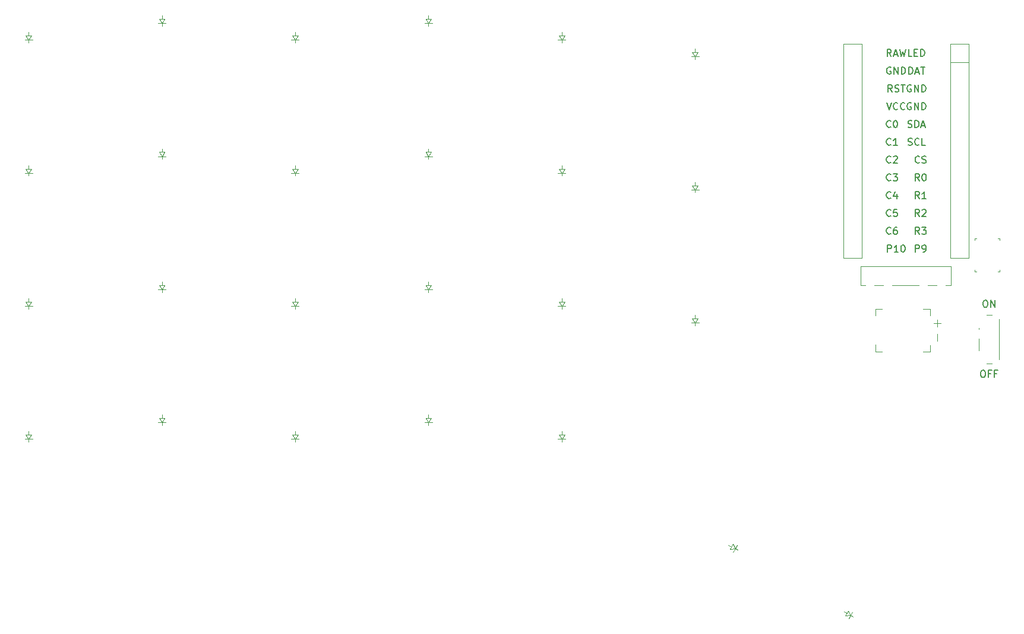
<source format=gto>
G04 #@! TF.GenerationSoftware,KiCad,Pcbnew,8.0.8+1*
G04 #@! TF.CreationDate,2025-06-17T15:49:30+00:00*
G04 #@! TF.ProjectId,eggada50_wireless,65676761-6461-4353-905f-776972656c65,0.2*
G04 #@! TF.SameCoordinates,Original*
G04 #@! TF.FileFunction,Legend,Top*
G04 #@! TF.FilePolarity,Positive*
%FSLAX46Y46*%
G04 Gerber Fmt 4.6, Leading zero omitted, Abs format (unit mm)*
G04 Created by KiCad (PCBNEW 8.0.8+1) date 2025-06-17 15:49:30*
%MOMM*%
%LPD*%
G01*
G04 APERTURE LIST*
%ADD10C,0.150000*%
%ADD11C,0.100000*%
%ADD12C,0.120000*%
%ADD13C,2.300000*%
%ADD14C,4.400000*%
%ADD15C,4.200000*%
%ADD16C,2.000000*%
%ADD17C,3.100000*%
%ADD18C,1.800000*%
%ADD19C,0.900000*%
%ADD20O,1.800000X1.800000*%
%ADD21C,1.000000*%
%ADD22C,0.850000*%
%ADD23O,1.850000X1.300000*%
G04 APERTURE END LIST*
D10*
X215563523Y-44374819D02*
X215230190Y-43898628D01*
X214992095Y-44374819D02*
X214992095Y-43374819D01*
X214992095Y-43374819D02*
X215373047Y-43374819D01*
X215373047Y-43374819D02*
X215468285Y-43422438D01*
X215468285Y-43422438D02*
X215515904Y-43470057D01*
X215515904Y-43470057D02*
X215563523Y-43565295D01*
X215563523Y-43565295D02*
X215563523Y-43708152D01*
X215563523Y-43708152D02*
X215515904Y-43803390D01*
X215515904Y-43803390D02*
X215468285Y-43851009D01*
X215468285Y-43851009D02*
X215373047Y-43898628D01*
X215373047Y-43898628D02*
X214992095Y-43898628D01*
X215944476Y-44089104D02*
X216420666Y-44089104D01*
X215849238Y-44374819D02*
X216182571Y-43374819D01*
X216182571Y-43374819D02*
X216515904Y-44374819D01*
X216754000Y-43374819D02*
X216992095Y-44374819D01*
X216992095Y-44374819D02*
X217182571Y-43660533D01*
X217182571Y-43660533D02*
X217373047Y-44374819D01*
X217373047Y-44374819D02*
X217611143Y-43374819D01*
X218511142Y-44374819D02*
X218034952Y-44374819D01*
X218034952Y-44374819D02*
X218034952Y-43374819D01*
X218844476Y-43851009D02*
X219177809Y-43851009D01*
X219320666Y-44374819D02*
X218844476Y-44374819D01*
X218844476Y-44374819D02*
X218844476Y-43374819D01*
X218844476Y-43374819D02*
X219320666Y-43374819D01*
X219749238Y-44374819D02*
X219749238Y-43374819D01*
X219749238Y-43374819D02*
X219987333Y-43374819D01*
X219987333Y-43374819D02*
X220130190Y-43422438D01*
X220130190Y-43422438D02*
X220225428Y-43517676D01*
X220225428Y-43517676D02*
X220273047Y-43612914D01*
X220273047Y-43612914D02*
X220320666Y-43803390D01*
X220320666Y-43803390D02*
X220320666Y-43946247D01*
X220320666Y-43946247D02*
X220273047Y-44136723D01*
X220273047Y-44136723D02*
X220225428Y-44231961D01*
X220225428Y-44231961D02*
X220130190Y-44327200D01*
X220130190Y-44327200D02*
X219987333Y-44374819D01*
X219987333Y-44374819D02*
X219749238Y-44374819D01*
X215492095Y-45962438D02*
X215396857Y-45914819D01*
X215396857Y-45914819D02*
X215254000Y-45914819D01*
X215254000Y-45914819D02*
X215111143Y-45962438D01*
X215111143Y-45962438D02*
X215015905Y-46057676D01*
X215015905Y-46057676D02*
X214968286Y-46152914D01*
X214968286Y-46152914D02*
X214920667Y-46343390D01*
X214920667Y-46343390D02*
X214920667Y-46486247D01*
X214920667Y-46486247D02*
X214968286Y-46676723D01*
X214968286Y-46676723D02*
X215015905Y-46771961D01*
X215015905Y-46771961D02*
X215111143Y-46867200D01*
X215111143Y-46867200D02*
X215254000Y-46914819D01*
X215254000Y-46914819D02*
X215349238Y-46914819D01*
X215349238Y-46914819D02*
X215492095Y-46867200D01*
X215492095Y-46867200D02*
X215539714Y-46819580D01*
X215539714Y-46819580D02*
X215539714Y-46486247D01*
X215539714Y-46486247D02*
X215349238Y-46486247D01*
X215968286Y-46914819D02*
X215968286Y-45914819D01*
X215968286Y-45914819D02*
X216539714Y-46914819D01*
X216539714Y-46914819D02*
X216539714Y-45914819D01*
X217015905Y-46914819D02*
X217015905Y-45914819D01*
X217015905Y-45914819D02*
X217254000Y-45914819D01*
X217254000Y-45914819D02*
X217396857Y-45962438D01*
X217396857Y-45962438D02*
X217492095Y-46057676D01*
X217492095Y-46057676D02*
X217539714Y-46152914D01*
X217539714Y-46152914D02*
X217587333Y-46343390D01*
X217587333Y-46343390D02*
X217587333Y-46486247D01*
X217587333Y-46486247D02*
X217539714Y-46676723D01*
X217539714Y-46676723D02*
X217492095Y-46771961D01*
X217492095Y-46771961D02*
X217396857Y-46867200D01*
X217396857Y-46867200D02*
X217254000Y-46914819D01*
X217254000Y-46914819D02*
X217015905Y-46914819D01*
X218082571Y-46914819D02*
X218082571Y-45914819D01*
X218082571Y-45914819D02*
X218320666Y-45914819D01*
X218320666Y-45914819D02*
X218463523Y-45962438D01*
X218463523Y-45962438D02*
X218558761Y-46057676D01*
X218558761Y-46057676D02*
X218606380Y-46152914D01*
X218606380Y-46152914D02*
X218653999Y-46343390D01*
X218653999Y-46343390D02*
X218653999Y-46486247D01*
X218653999Y-46486247D02*
X218606380Y-46676723D01*
X218606380Y-46676723D02*
X218558761Y-46771961D01*
X218558761Y-46771961D02*
X218463523Y-46867200D01*
X218463523Y-46867200D02*
X218320666Y-46914819D01*
X218320666Y-46914819D02*
X218082571Y-46914819D01*
X219034952Y-46629104D02*
X219511142Y-46629104D01*
X218939714Y-46914819D02*
X219273047Y-45914819D01*
X219273047Y-45914819D02*
X219606380Y-46914819D01*
X219796857Y-45914819D02*
X220368285Y-45914819D01*
X220082571Y-46914819D02*
X220082571Y-45914819D01*
X215706380Y-49454819D02*
X215373047Y-48978628D01*
X215134952Y-49454819D02*
X215134952Y-48454819D01*
X215134952Y-48454819D02*
X215515904Y-48454819D01*
X215515904Y-48454819D02*
X215611142Y-48502438D01*
X215611142Y-48502438D02*
X215658761Y-48550057D01*
X215658761Y-48550057D02*
X215706380Y-48645295D01*
X215706380Y-48645295D02*
X215706380Y-48788152D01*
X215706380Y-48788152D02*
X215658761Y-48883390D01*
X215658761Y-48883390D02*
X215611142Y-48931009D01*
X215611142Y-48931009D02*
X215515904Y-48978628D01*
X215515904Y-48978628D02*
X215134952Y-48978628D01*
X216087333Y-49407200D02*
X216230190Y-49454819D01*
X216230190Y-49454819D02*
X216468285Y-49454819D01*
X216468285Y-49454819D02*
X216563523Y-49407200D01*
X216563523Y-49407200D02*
X216611142Y-49359580D01*
X216611142Y-49359580D02*
X216658761Y-49264342D01*
X216658761Y-49264342D02*
X216658761Y-49169104D01*
X216658761Y-49169104D02*
X216611142Y-49073866D01*
X216611142Y-49073866D02*
X216563523Y-49026247D01*
X216563523Y-49026247D02*
X216468285Y-48978628D01*
X216468285Y-48978628D02*
X216277809Y-48931009D01*
X216277809Y-48931009D02*
X216182571Y-48883390D01*
X216182571Y-48883390D02*
X216134952Y-48835771D01*
X216134952Y-48835771D02*
X216087333Y-48740533D01*
X216087333Y-48740533D02*
X216087333Y-48645295D01*
X216087333Y-48645295D02*
X216134952Y-48550057D01*
X216134952Y-48550057D02*
X216182571Y-48502438D01*
X216182571Y-48502438D02*
X216277809Y-48454819D01*
X216277809Y-48454819D02*
X216515904Y-48454819D01*
X216515904Y-48454819D02*
X216658761Y-48502438D01*
X216944476Y-48454819D02*
X217515904Y-48454819D01*
X217230190Y-49454819D02*
X217230190Y-48454819D01*
X218392095Y-48502438D02*
X218296857Y-48454819D01*
X218296857Y-48454819D02*
X218154000Y-48454819D01*
X218154000Y-48454819D02*
X218011143Y-48502438D01*
X218011143Y-48502438D02*
X217915905Y-48597676D01*
X217915905Y-48597676D02*
X217868286Y-48692914D01*
X217868286Y-48692914D02*
X217820667Y-48883390D01*
X217820667Y-48883390D02*
X217820667Y-49026247D01*
X217820667Y-49026247D02*
X217868286Y-49216723D01*
X217868286Y-49216723D02*
X217915905Y-49311961D01*
X217915905Y-49311961D02*
X218011143Y-49407200D01*
X218011143Y-49407200D02*
X218154000Y-49454819D01*
X218154000Y-49454819D02*
X218249238Y-49454819D01*
X218249238Y-49454819D02*
X218392095Y-49407200D01*
X218392095Y-49407200D02*
X218439714Y-49359580D01*
X218439714Y-49359580D02*
X218439714Y-49026247D01*
X218439714Y-49026247D02*
X218249238Y-49026247D01*
X218868286Y-49454819D02*
X218868286Y-48454819D01*
X218868286Y-48454819D02*
X219439714Y-49454819D01*
X219439714Y-49454819D02*
X219439714Y-48454819D01*
X219915905Y-49454819D02*
X219915905Y-48454819D01*
X219915905Y-48454819D02*
X220154000Y-48454819D01*
X220154000Y-48454819D02*
X220296857Y-48502438D01*
X220296857Y-48502438D02*
X220392095Y-48597676D01*
X220392095Y-48597676D02*
X220439714Y-48692914D01*
X220439714Y-48692914D02*
X220487333Y-48883390D01*
X220487333Y-48883390D02*
X220487333Y-49026247D01*
X220487333Y-49026247D02*
X220439714Y-49216723D01*
X220439714Y-49216723D02*
X220392095Y-49311961D01*
X220392095Y-49311961D02*
X220296857Y-49407200D01*
X220296857Y-49407200D02*
X220154000Y-49454819D01*
X220154000Y-49454819D02*
X219915905Y-49454819D01*
X214920667Y-50994819D02*
X215254000Y-51994819D01*
X215254000Y-51994819D02*
X215587333Y-50994819D01*
X216492095Y-51899580D02*
X216444476Y-51947200D01*
X216444476Y-51947200D02*
X216301619Y-51994819D01*
X216301619Y-51994819D02*
X216206381Y-51994819D01*
X216206381Y-51994819D02*
X216063524Y-51947200D01*
X216063524Y-51947200D02*
X215968286Y-51851961D01*
X215968286Y-51851961D02*
X215920667Y-51756723D01*
X215920667Y-51756723D02*
X215873048Y-51566247D01*
X215873048Y-51566247D02*
X215873048Y-51423390D01*
X215873048Y-51423390D02*
X215920667Y-51232914D01*
X215920667Y-51232914D02*
X215968286Y-51137676D01*
X215968286Y-51137676D02*
X216063524Y-51042438D01*
X216063524Y-51042438D02*
X216206381Y-50994819D01*
X216206381Y-50994819D02*
X216301619Y-50994819D01*
X216301619Y-50994819D02*
X216444476Y-51042438D01*
X216444476Y-51042438D02*
X216492095Y-51090057D01*
X217492095Y-51899580D02*
X217444476Y-51947200D01*
X217444476Y-51947200D02*
X217301619Y-51994819D01*
X217301619Y-51994819D02*
X217206381Y-51994819D01*
X217206381Y-51994819D02*
X217063524Y-51947200D01*
X217063524Y-51947200D02*
X216968286Y-51851961D01*
X216968286Y-51851961D02*
X216920667Y-51756723D01*
X216920667Y-51756723D02*
X216873048Y-51566247D01*
X216873048Y-51566247D02*
X216873048Y-51423390D01*
X216873048Y-51423390D02*
X216920667Y-51232914D01*
X216920667Y-51232914D02*
X216968286Y-51137676D01*
X216968286Y-51137676D02*
X217063524Y-51042438D01*
X217063524Y-51042438D02*
X217206381Y-50994819D01*
X217206381Y-50994819D02*
X217301619Y-50994819D01*
X217301619Y-50994819D02*
X217444476Y-51042438D01*
X217444476Y-51042438D02*
X217492095Y-51090057D01*
X218392095Y-51042438D02*
X218296857Y-50994819D01*
X218296857Y-50994819D02*
X218154000Y-50994819D01*
X218154000Y-50994819D02*
X218011143Y-51042438D01*
X218011143Y-51042438D02*
X217915905Y-51137676D01*
X217915905Y-51137676D02*
X217868286Y-51232914D01*
X217868286Y-51232914D02*
X217820667Y-51423390D01*
X217820667Y-51423390D02*
X217820667Y-51566247D01*
X217820667Y-51566247D02*
X217868286Y-51756723D01*
X217868286Y-51756723D02*
X217915905Y-51851961D01*
X217915905Y-51851961D02*
X218011143Y-51947200D01*
X218011143Y-51947200D02*
X218154000Y-51994819D01*
X218154000Y-51994819D02*
X218249238Y-51994819D01*
X218249238Y-51994819D02*
X218392095Y-51947200D01*
X218392095Y-51947200D02*
X218439714Y-51899580D01*
X218439714Y-51899580D02*
X218439714Y-51566247D01*
X218439714Y-51566247D02*
X218249238Y-51566247D01*
X218868286Y-51994819D02*
X218868286Y-50994819D01*
X218868286Y-50994819D02*
X219439714Y-51994819D01*
X219439714Y-51994819D02*
X219439714Y-50994819D01*
X219915905Y-51994819D02*
X219915905Y-50994819D01*
X219915905Y-50994819D02*
X220154000Y-50994819D01*
X220154000Y-50994819D02*
X220296857Y-51042438D01*
X220296857Y-51042438D02*
X220392095Y-51137676D01*
X220392095Y-51137676D02*
X220439714Y-51232914D01*
X220439714Y-51232914D02*
X220487333Y-51423390D01*
X220487333Y-51423390D02*
X220487333Y-51566247D01*
X220487333Y-51566247D02*
X220439714Y-51756723D01*
X220439714Y-51756723D02*
X220392095Y-51851961D01*
X220392095Y-51851961D02*
X220296857Y-51947200D01*
X220296857Y-51947200D02*
X220154000Y-51994819D01*
X220154000Y-51994819D02*
X219915905Y-51994819D01*
X215497333Y-54439580D02*
X215449714Y-54487200D01*
X215449714Y-54487200D02*
X215306857Y-54534819D01*
X215306857Y-54534819D02*
X215211619Y-54534819D01*
X215211619Y-54534819D02*
X215068762Y-54487200D01*
X215068762Y-54487200D02*
X214973524Y-54391961D01*
X214973524Y-54391961D02*
X214925905Y-54296723D01*
X214925905Y-54296723D02*
X214878286Y-54106247D01*
X214878286Y-54106247D02*
X214878286Y-53963390D01*
X214878286Y-53963390D02*
X214925905Y-53772914D01*
X214925905Y-53772914D02*
X214973524Y-53677676D01*
X214973524Y-53677676D02*
X215068762Y-53582438D01*
X215068762Y-53582438D02*
X215211619Y-53534819D01*
X215211619Y-53534819D02*
X215306857Y-53534819D01*
X215306857Y-53534819D02*
X215449714Y-53582438D01*
X215449714Y-53582438D02*
X215497333Y-53630057D01*
X216116381Y-53534819D02*
X216211619Y-53534819D01*
X216211619Y-53534819D02*
X216306857Y-53582438D01*
X216306857Y-53582438D02*
X216354476Y-53630057D01*
X216354476Y-53630057D02*
X216402095Y-53725295D01*
X216402095Y-53725295D02*
X216449714Y-53915771D01*
X216449714Y-53915771D02*
X216449714Y-54153866D01*
X216449714Y-54153866D02*
X216402095Y-54344342D01*
X216402095Y-54344342D02*
X216354476Y-54439580D01*
X216354476Y-54439580D02*
X216306857Y-54487200D01*
X216306857Y-54487200D02*
X216211619Y-54534819D01*
X216211619Y-54534819D02*
X216116381Y-54534819D01*
X216116381Y-54534819D02*
X216021143Y-54487200D01*
X216021143Y-54487200D02*
X215973524Y-54439580D01*
X215973524Y-54439580D02*
X215925905Y-54344342D01*
X215925905Y-54344342D02*
X215878286Y-54153866D01*
X215878286Y-54153866D02*
X215878286Y-53915771D01*
X215878286Y-53915771D02*
X215925905Y-53725295D01*
X215925905Y-53725295D02*
X215973524Y-53630057D01*
X215973524Y-53630057D02*
X216021143Y-53582438D01*
X216021143Y-53582438D02*
X216116381Y-53534819D01*
X217939714Y-54487200D02*
X218082571Y-54534819D01*
X218082571Y-54534819D02*
X218320666Y-54534819D01*
X218320666Y-54534819D02*
X218415904Y-54487200D01*
X218415904Y-54487200D02*
X218463523Y-54439580D01*
X218463523Y-54439580D02*
X218511142Y-54344342D01*
X218511142Y-54344342D02*
X218511142Y-54249104D01*
X218511142Y-54249104D02*
X218463523Y-54153866D01*
X218463523Y-54153866D02*
X218415904Y-54106247D01*
X218415904Y-54106247D02*
X218320666Y-54058628D01*
X218320666Y-54058628D02*
X218130190Y-54011009D01*
X218130190Y-54011009D02*
X218034952Y-53963390D01*
X218034952Y-53963390D02*
X217987333Y-53915771D01*
X217987333Y-53915771D02*
X217939714Y-53820533D01*
X217939714Y-53820533D02*
X217939714Y-53725295D01*
X217939714Y-53725295D02*
X217987333Y-53630057D01*
X217987333Y-53630057D02*
X218034952Y-53582438D01*
X218034952Y-53582438D02*
X218130190Y-53534819D01*
X218130190Y-53534819D02*
X218368285Y-53534819D01*
X218368285Y-53534819D02*
X218511142Y-53582438D01*
X218939714Y-54534819D02*
X218939714Y-53534819D01*
X218939714Y-53534819D02*
X219177809Y-53534819D01*
X219177809Y-53534819D02*
X219320666Y-53582438D01*
X219320666Y-53582438D02*
X219415904Y-53677676D01*
X219415904Y-53677676D02*
X219463523Y-53772914D01*
X219463523Y-53772914D02*
X219511142Y-53963390D01*
X219511142Y-53963390D02*
X219511142Y-54106247D01*
X219511142Y-54106247D02*
X219463523Y-54296723D01*
X219463523Y-54296723D02*
X219415904Y-54391961D01*
X219415904Y-54391961D02*
X219320666Y-54487200D01*
X219320666Y-54487200D02*
X219177809Y-54534819D01*
X219177809Y-54534819D02*
X218939714Y-54534819D01*
X219892095Y-54249104D02*
X220368285Y-54249104D01*
X219796857Y-54534819D02*
X220130190Y-53534819D01*
X220130190Y-53534819D02*
X220463523Y-54534819D01*
X215497333Y-56979580D02*
X215449714Y-57027200D01*
X215449714Y-57027200D02*
X215306857Y-57074819D01*
X215306857Y-57074819D02*
X215211619Y-57074819D01*
X215211619Y-57074819D02*
X215068762Y-57027200D01*
X215068762Y-57027200D02*
X214973524Y-56931961D01*
X214973524Y-56931961D02*
X214925905Y-56836723D01*
X214925905Y-56836723D02*
X214878286Y-56646247D01*
X214878286Y-56646247D02*
X214878286Y-56503390D01*
X214878286Y-56503390D02*
X214925905Y-56312914D01*
X214925905Y-56312914D02*
X214973524Y-56217676D01*
X214973524Y-56217676D02*
X215068762Y-56122438D01*
X215068762Y-56122438D02*
X215211619Y-56074819D01*
X215211619Y-56074819D02*
X215306857Y-56074819D01*
X215306857Y-56074819D02*
X215449714Y-56122438D01*
X215449714Y-56122438D02*
X215497333Y-56170057D01*
X216449714Y-57074819D02*
X215878286Y-57074819D01*
X216164000Y-57074819D02*
X216164000Y-56074819D01*
X216164000Y-56074819D02*
X216068762Y-56217676D01*
X216068762Y-56217676D02*
X215973524Y-56312914D01*
X215973524Y-56312914D02*
X215878286Y-56360533D01*
X217963524Y-57027200D02*
X218106381Y-57074819D01*
X218106381Y-57074819D02*
X218344476Y-57074819D01*
X218344476Y-57074819D02*
X218439714Y-57027200D01*
X218439714Y-57027200D02*
X218487333Y-56979580D01*
X218487333Y-56979580D02*
X218534952Y-56884342D01*
X218534952Y-56884342D02*
X218534952Y-56789104D01*
X218534952Y-56789104D02*
X218487333Y-56693866D01*
X218487333Y-56693866D02*
X218439714Y-56646247D01*
X218439714Y-56646247D02*
X218344476Y-56598628D01*
X218344476Y-56598628D02*
X218154000Y-56551009D01*
X218154000Y-56551009D02*
X218058762Y-56503390D01*
X218058762Y-56503390D02*
X218011143Y-56455771D01*
X218011143Y-56455771D02*
X217963524Y-56360533D01*
X217963524Y-56360533D02*
X217963524Y-56265295D01*
X217963524Y-56265295D02*
X218011143Y-56170057D01*
X218011143Y-56170057D02*
X218058762Y-56122438D01*
X218058762Y-56122438D02*
X218154000Y-56074819D01*
X218154000Y-56074819D02*
X218392095Y-56074819D01*
X218392095Y-56074819D02*
X218534952Y-56122438D01*
X219534952Y-56979580D02*
X219487333Y-57027200D01*
X219487333Y-57027200D02*
X219344476Y-57074819D01*
X219344476Y-57074819D02*
X219249238Y-57074819D01*
X219249238Y-57074819D02*
X219106381Y-57027200D01*
X219106381Y-57027200D02*
X219011143Y-56931961D01*
X219011143Y-56931961D02*
X218963524Y-56836723D01*
X218963524Y-56836723D02*
X218915905Y-56646247D01*
X218915905Y-56646247D02*
X218915905Y-56503390D01*
X218915905Y-56503390D02*
X218963524Y-56312914D01*
X218963524Y-56312914D02*
X219011143Y-56217676D01*
X219011143Y-56217676D02*
X219106381Y-56122438D01*
X219106381Y-56122438D02*
X219249238Y-56074819D01*
X219249238Y-56074819D02*
X219344476Y-56074819D01*
X219344476Y-56074819D02*
X219487333Y-56122438D01*
X219487333Y-56122438D02*
X219534952Y-56170057D01*
X220439714Y-57074819D02*
X219963524Y-57074819D01*
X219963524Y-57074819D02*
X219963524Y-56074819D01*
X215497333Y-59519580D02*
X215449714Y-59567200D01*
X215449714Y-59567200D02*
X215306857Y-59614819D01*
X215306857Y-59614819D02*
X215211619Y-59614819D01*
X215211619Y-59614819D02*
X215068762Y-59567200D01*
X215068762Y-59567200D02*
X214973524Y-59471961D01*
X214973524Y-59471961D02*
X214925905Y-59376723D01*
X214925905Y-59376723D02*
X214878286Y-59186247D01*
X214878286Y-59186247D02*
X214878286Y-59043390D01*
X214878286Y-59043390D02*
X214925905Y-58852914D01*
X214925905Y-58852914D02*
X214973524Y-58757676D01*
X214973524Y-58757676D02*
X215068762Y-58662438D01*
X215068762Y-58662438D02*
X215211619Y-58614819D01*
X215211619Y-58614819D02*
X215306857Y-58614819D01*
X215306857Y-58614819D02*
X215449714Y-58662438D01*
X215449714Y-58662438D02*
X215497333Y-58710057D01*
X215878286Y-58710057D02*
X215925905Y-58662438D01*
X215925905Y-58662438D02*
X216021143Y-58614819D01*
X216021143Y-58614819D02*
X216259238Y-58614819D01*
X216259238Y-58614819D02*
X216354476Y-58662438D01*
X216354476Y-58662438D02*
X216402095Y-58710057D01*
X216402095Y-58710057D02*
X216449714Y-58805295D01*
X216449714Y-58805295D02*
X216449714Y-58900533D01*
X216449714Y-58900533D02*
X216402095Y-59043390D01*
X216402095Y-59043390D02*
X215830667Y-59614819D01*
X215830667Y-59614819D02*
X216449714Y-59614819D01*
X219577333Y-59519580D02*
X219529714Y-59567200D01*
X219529714Y-59567200D02*
X219386857Y-59614819D01*
X219386857Y-59614819D02*
X219291619Y-59614819D01*
X219291619Y-59614819D02*
X219148762Y-59567200D01*
X219148762Y-59567200D02*
X219053524Y-59471961D01*
X219053524Y-59471961D02*
X219005905Y-59376723D01*
X219005905Y-59376723D02*
X218958286Y-59186247D01*
X218958286Y-59186247D02*
X218958286Y-59043390D01*
X218958286Y-59043390D02*
X219005905Y-58852914D01*
X219005905Y-58852914D02*
X219053524Y-58757676D01*
X219053524Y-58757676D02*
X219148762Y-58662438D01*
X219148762Y-58662438D02*
X219291619Y-58614819D01*
X219291619Y-58614819D02*
X219386857Y-58614819D01*
X219386857Y-58614819D02*
X219529714Y-58662438D01*
X219529714Y-58662438D02*
X219577333Y-58710057D01*
X219958286Y-59567200D02*
X220101143Y-59614819D01*
X220101143Y-59614819D02*
X220339238Y-59614819D01*
X220339238Y-59614819D02*
X220434476Y-59567200D01*
X220434476Y-59567200D02*
X220482095Y-59519580D01*
X220482095Y-59519580D02*
X220529714Y-59424342D01*
X220529714Y-59424342D02*
X220529714Y-59329104D01*
X220529714Y-59329104D02*
X220482095Y-59233866D01*
X220482095Y-59233866D02*
X220434476Y-59186247D01*
X220434476Y-59186247D02*
X220339238Y-59138628D01*
X220339238Y-59138628D02*
X220148762Y-59091009D01*
X220148762Y-59091009D02*
X220053524Y-59043390D01*
X220053524Y-59043390D02*
X220005905Y-58995771D01*
X220005905Y-58995771D02*
X219958286Y-58900533D01*
X219958286Y-58900533D02*
X219958286Y-58805295D01*
X219958286Y-58805295D02*
X220005905Y-58710057D01*
X220005905Y-58710057D02*
X220053524Y-58662438D01*
X220053524Y-58662438D02*
X220148762Y-58614819D01*
X220148762Y-58614819D02*
X220386857Y-58614819D01*
X220386857Y-58614819D02*
X220529714Y-58662438D01*
X215497333Y-62059580D02*
X215449714Y-62107200D01*
X215449714Y-62107200D02*
X215306857Y-62154819D01*
X215306857Y-62154819D02*
X215211619Y-62154819D01*
X215211619Y-62154819D02*
X215068762Y-62107200D01*
X215068762Y-62107200D02*
X214973524Y-62011961D01*
X214973524Y-62011961D02*
X214925905Y-61916723D01*
X214925905Y-61916723D02*
X214878286Y-61726247D01*
X214878286Y-61726247D02*
X214878286Y-61583390D01*
X214878286Y-61583390D02*
X214925905Y-61392914D01*
X214925905Y-61392914D02*
X214973524Y-61297676D01*
X214973524Y-61297676D02*
X215068762Y-61202438D01*
X215068762Y-61202438D02*
X215211619Y-61154819D01*
X215211619Y-61154819D02*
X215306857Y-61154819D01*
X215306857Y-61154819D02*
X215449714Y-61202438D01*
X215449714Y-61202438D02*
X215497333Y-61250057D01*
X215830667Y-61154819D02*
X216449714Y-61154819D01*
X216449714Y-61154819D02*
X216116381Y-61535771D01*
X216116381Y-61535771D02*
X216259238Y-61535771D01*
X216259238Y-61535771D02*
X216354476Y-61583390D01*
X216354476Y-61583390D02*
X216402095Y-61631009D01*
X216402095Y-61631009D02*
X216449714Y-61726247D01*
X216449714Y-61726247D02*
X216449714Y-61964342D01*
X216449714Y-61964342D02*
X216402095Y-62059580D01*
X216402095Y-62059580D02*
X216354476Y-62107200D01*
X216354476Y-62107200D02*
X216259238Y-62154819D01*
X216259238Y-62154819D02*
X215973524Y-62154819D01*
X215973524Y-62154819D02*
X215878286Y-62107200D01*
X215878286Y-62107200D02*
X215830667Y-62059580D01*
X219577333Y-62154819D02*
X219244000Y-61678628D01*
X219005905Y-62154819D02*
X219005905Y-61154819D01*
X219005905Y-61154819D02*
X219386857Y-61154819D01*
X219386857Y-61154819D02*
X219482095Y-61202438D01*
X219482095Y-61202438D02*
X219529714Y-61250057D01*
X219529714Y-61250057D02*
X219577333Y-61345295D01*
X219577333Y-61345295D02*
X219577333Y-61488152D01*
X219577333Y-61488152D02*
X219529714Y-61583390D01*
X219529714Y-61583390D02*
X219482095Y-61631009D01*
X219482095Y-61631009D02*
X219386857Y-61678628D01*
X219386857Y-61678628D02*
X219005905Y-61678628D01*
X220196381Y-61154819D02*
X220291619Y-61154819D01*
X220291619Y-61154819D02*
X220386857Y-61202438D01*
X220386857Y-61202438D02*
X220434476Y-61250057D01*
X220434476Y-61250057D02*
X220482095Y-61345295D01*
X220482095Y-61345295D02*
X220529714Y-61535771D01*
X220529714Y-61535771D02*
X220529714Y-61773866D01*
X220529714Y-61773866D02*
X220482095Y-61964342D01*
X220482095Y-61964342D02*
X220434476Y-62059580D01*
X220434476Y-62059580D02*
X220386857Y-62107200D01*
X220386857Y-62107200D02*
X220291619Y-62154819D01*
X220291619Y-62154819D02*
X220196381Y-62154819D01*
X220196381Y-62154819D02*
X220101143Y-62107200D01*
X220101143Y-62107200D02*
X220053524Y-62059580D01*
X220053524Y-62059580D02*
X220005905Y-61964342D01*
X220005905Y-61964342D02*
X219958286Y-61773866D01*
X219958286Y-61773866D02*
X219958286Y-61535771D01*
X219958286Y-61535771D02*
X220005905Y-61345295D01*
X220005905Y-61345295D02*
X220053524Y-61250057D01*
X220053524Y-61250057D02*
X220101143Y-61202438D01*
X220101143Y-61202438D02*
X220196381Y-61154819D01*
X215497333Y-64599580D02*
X215449714Y-64647200D01*
X215449714Y-64647200D02*
X215306857Y-64694819D01*
X215306857Y-64694819D02*
X215211619Y-64694819D01*
X215211619Y-64694819D02*
X215068762Y-64647200D01*
X215068762Y-64647200D02*
X214973524Y-64551961D01*
X214973524Y-64551961D02*
X214925905Y-64456723D01*
X214925905Y-64456723D02*
X214878286Y-64266247D01*
X214878286Y-64266247D02*
X214878286Y-64123390D01*
X214878286Y-64123390D02*
X214925905Y-63932914D01*
X214925905Y-63932914D02*
X214973524Y-63837676D01*
X214973524Y-63837676D02*
X215068762Y-63742438D01*
X215068762Y-63742438D02*
X215211619Y-63694819D01*
X215211619Y-63694819D02*
X215306857Y-63694819D01*
X215306857Y-63694819D02*
X215449714Y-63742438D01*
X215449714Y-63742438D02*
X215497333Y-63790057D01*
X216354476Y-64028152D02*
X216354476Y-64694819D01*
X216116381Y-63647200D02*
X215878286Y-64361485D01*
X215878286Y-64361485D02*
X216497333Y-64361485D01*
X219577333Y-64694819D02*
X219244000Y-64218628D01*
X219005905Y-64694819D02*
X219005905Y-63694819D01*
X219005905Y-63694819D02*
X219386857Y-63694819D01*
X219386857Y-63694819D02*
X219482095Y-63742438D01*
X219482095Y-63742438D02*
X219529714Y-63790057D01*
X219529714Y-63790057D02*
X219577333Y-63885295D01*
X219577333Y-63885295D02*
X219577333Y-64028152D01*
X219577333Y-64028152D02*
X219529714Y-64123390D01*
X219529714Y-64123390D02*
X219482095Y-64171009D01*
X219482095Y-64171009D02*
X219386857Y-64218628D01*
X219386857Y-64218628D02*
X219005905Y-64218628D01*
X220529714Y-64694819D02*
X219958286Y-64694819D01*
X220244000Y-64694819D02*
X220244000Y-63694819D01*
X220244000Y-63694819D02*
X220148762Y-63837676D01*
X220148762Y-63837676D02*
X220053524Y-63932914D01*
X220053524Y-63932914D02*
X219958286Y-63980533D01*
X215497333Y-67139580D02*
X215449714Y-67187200D01*
X215449714Y-67187200D02*
X215306857Y-67234819D01*
X215306857Y-67234819D02*
X215211619Y-67234819D01*
X215211619Y-67234819D02*
X215068762Y-67187200D01*
X215068762Y-67187200D02*
X214973524Y-67091961D01*
X214973524Y-67091961D02*
X214925905Y-66996723D01*
X214925905Y-66996723D02*
X214878286Y-66806247D01*
X214878286Y-66806247D02*
X214878286Y-66663390D01*
X214878286Y-66663390D02*
X214925905Y-66472914D01*
X214925905Y-66472914D02*
X214973524Y-66377676D01*
X214973524Y-66377676D02*
X215068762Y-66282438D01*
X215068762Y-66282438D02*
X215211619Y-66234819D01*
X215211619Y-66234819D02*
X215306857Y-66234819D01*
X215306857Y-66234819D02*
X215449714Y-66282438D01*
X215449714Y-66282438D02*
X215497333Y-66330057D01*
X216402095Y-66234819D02*
X215925905Y-66234819D01*
X215925905Y-66234819D02*
X215878286Y-66711009D01*
X215878286Y-66711009D02*
X215925905Y-66663390D01*
X215925905Y-66663390D02*
X216021143Y-66615771D01*
X216021143Y-66615771D02*
X216259238Y-66615771D01*
X216259238Y-66615771D02*
X216354476Y-66663390D01*
X216354476Y-66663390D02*
X216402095Y-66711009D01*
X216402095Y-66711009D02*
X216449714Y-66806247D01*
X216449714Y-66806247D02*
X216449714Y-67044342D01*
X216449714Y-67044342D02*
X216402095Y-67139580D01*
X216402095Y-67139580D02*
X216354476Y-67187200D01*
X216354476Y-67187200D02*
X216259238Y-67234819D01*
X216259238Y-67234819D02*
X216021143Y-67234819D01*
X216021143Y-67234819D02*
X215925905Y-67187200D01*
X215925905Y-67187200D02*
X215878286Y-67139580D01*
X219577333Y-67234819D02*
X219244000Y-66758628D01*
X219005905Y-67234819D02*
X219005905Y-66234819D01*
X219005905Y-66234819D02*
X219386857Y-66234819D01*
X219386857Y-66234819D02*
X219482095Y-66282438D01*
X219482095Y-66282438D02*
X219529714Y-66330057D01*
X219529714Y-66330057D02*
X219577333Y-66425295D01*
X219577333Y-66425295D02*
X219577333Y-66568152D01*
X219577333Y-66568152D02*
X219529714Y-66663390D01*
X219529714Y-66663390D02*
X219482095Y-66711009D01*
X219482095Y-66711009D02*
X219386857Y-66758628D01*
X219386857Y-66758628D02*
X219005905Y-66758628D01*
X219958286Y-66330057D02*
X220005905Y-66282438D01*
X220005905Y-66282438D02*
X220101143Y-66234819D01*
X220101143Y-66234819D02*
X220339238Y-66234819D01*
X220339238Y-66234819D02*
X220434476Y-66282438D01*
X220434476Y-66282438D02*
X220482095Y-66330057D01*
X220482095Y-66330057D02*
X220529714Y-66425295D01*
X220529714Y-66425295D02*
X220529714Y-66520533D01*
X220529714Y-66520533D02*
X220482095Y-66663390D01*
X220482095Y-66663390D02*
X219910667Y-67234819D01*
X219910667Y-67234819D02*
X220529714Y-67234819D01*
X215497333Y-69679580D02*
X215449714Y-69727200D01*
X215449714Y-69727200D02*
X215306857Y-69774819D01*
X215306857Y-69774819D02*
X215211619Y-69774819D01*
X215211619Y-69774819D02*
X215068762Y-69727200D01*
X215068762Y-69727200D02*
X214973524Y-69631961D01*
X214973524Y-69631961D02*
X214925905Y-69536723D01*
X214925905Y-69536723D02*
X214878286Y-69346247D01*
X214878286Y-69346247D02*
X214878286Y-69203390D01*
X214878286Y-69203390D02*
X214925905Y-69012914D01*
X214925905Y-69012914D02*
X214973524Y-68917676D01*
X214973524Y-68917676D02*
X215068762Y-68822438D01*
X215068762Y-68822438D02*
X215211619Y-68774819D01*
X215211619Y-68774819D02*
X215306857Y-68774819D01*
X215306857Y-68774819D02*
X215449714Y-68822438D01*
X215449714Y-68822438D02*
X215497333Y-68870057D01*
X216354476Y-68774819D02*
X216164000Y-68774819D01*
X216164000Y-68774819D02*
X216068762Y-68822438D01*
X216068762Y-68822438D02*
X216021143Y-68870057D01*
X216021143Y-68870057D02*
X215925905Y-69012914D01*
X215925905Y-69012914D02*
X215878286Y-69203390D01*
X215878286Y-69203390D02*
X215878286Y-69584342D01*
X215878286Y-69584342D02*
X215925905Y-69679580D01*
X215925905Y-69679580D02*
X215973524Y-69727200D01*
X215973524Y-69727200D02*
X216068762Y-69774819D01*
X216068762Y-69774819D02*
X216259238Y-69774819D01*
X216259238Y-69774819D02*
X216354476Y-69727200D01*
X216354476Y-69727200D02*
X216402095Y-69679580D01*
X216402095Y-69679580D02*
X216449714Y-69584342D01*
X216449714Y-69584342D02*
X216449714Y-69346247D01*
X216449714Y-69346247D02*
X216402095Y-69251009D01*
X216402095Y-69251009D02*
X216354476Y-69203390D01*
X216354476Y-69203390D02*
X216259238Y-69155771D01*
X216259238Y-69155771D02*
X216068762Y-69155771D01*
X216068762Y-69155771D02*
X215973524Y-69203390D01*
X215973524Y-69203390D02*
X215925905Y-69251009D01*
X215925905Y-69251009D02*
X215878286Y-69346247D01*
X219577333Y-69774819D02*
X219244000Y-69298628D01*
X219005905Y-69774819D02*
X219005905Y-68774819D01*
X219005905Y-68774819D02*
X219386857Y-68774819D01*
X219386857Y-68774819D02*
X219482095Y-68822438D01*
X219482095Y-68822438D02*
X219529714Y-68870057D01*
X219529714Y-68870057D02*
X219577333Y-68965295D01*
X219577333Y-68965295D02*
X219577333Y-69108152D01*
X219577333Y-69108152D02*
X219529714Y-69203390D01*
X219529714Y-69203390D02*
X219482095Y-69251009D01*
X219482095Y-69251009D02*
X219386857Y-69298628D01*
X219386857Y-69298628D02*
X219005905Y-69298628D01*
X219910667Y-68774819D02*
X220529714Y-68774819D01*
X220529714Y-68774819D02*
X220196381Y-69155771D01*
X220196381Y-69155771D02*
X220339238Y-69155771D01*
X220339238Y-69155771D02*
X220434476Y-69203390D01*
X220434476Y-69203390D02*
X220482095Y-69251009D01*
X220482095Y-69251009D02*
X220529714Y-69346247D01*
X220529714Y-69346247D02*
X220529714Y-69584342D01*
X220529714Y-69584342D02*
X220482095Y-69679580D01*
X220482095Y-69679580D02*
X220434476Y-69727200D01*
X220434476Y-69727200D02*
X220339238Y-69774819D01*
X220339238Y-69774819D02*
X220053524Y-69774819D01*
X220053524Y-69774819D02*
X219958286Y-69727200D01*
X219958286Y-69727200D02*
X219910667Y-69679580D01*
X215039714Y-72314819D02*
X215039714Y-71314819D01*
X215039714Y-71314819D02*
X215420666Y-71314819D01*
X215420666Y-71314819D02*
X215515904Y-71362438D01*
X215515904Y-71362438D02*
X215563523Y-71410057D01*
X215563523Y-71410057D02*
X215611142Y-71505295D01*
X215611142Y-71505295D02*
X215611142Y-71648152D01*
X215611142Y-71648152D02*
X215563523Y-71743390D01*
X215563523Y-71743390D02*
X215515904Y-71791009D01*
X215515904Y-71791009D02*
X215420666Y-71838628D01*
X215420666Y-71838628D02*
X215039714Y-71838628D01*
X216563523Y-72314819D02*
X215992095Y-72314819D01*
X216277809Y-72314819D02*
X216277809Y-71314819D01*
X216277809Y-71314819D02*
X216182571Y-71457676D01*
X216182571Y-71457676D02*
X216087333Y-71552914D01*
X216087333Y-71552914D02*
X215992095Y-71600533D01*
X217182571Y-71314819D02*
X217277809Y-71314819D01*
X217277809Y-71314819D02*
X217373047Y-71362438D01*
X217373047Y-71362438D02*
X217420666Y-71410057D01*
X217420666Y-71410057D02*
X217468285Y-71505295D01*
X217468285Y-71505295D02*
X217515904Y-71695771D01*
X217515904Y-71695771D02*
X217515904Y-71933866D01*
X217515904Y-71933866D02*
X217468285Y-72124342D01*
X217468285Y-72124342D02*
X217420666Y-72219580D01*
X217420666Y-72219580D02*
X217373047Y-72267200D01*
X217373047Y-72267200D02*
X217277809Y-72314819D01*
X217277809Y-72314819D02*
X217182571Y-72314819D01*
X217182571Y-72314819D02*
X217087333Y-72267200D01*
X217087333Y-72267200D02*
X217039714Y-72219580D01*
X217039714Y-72219580D02*
X216992095Y-72124342D01*
X216992095Y-72124342D02*
X216944476Y-71933866D01*
X216944476Y-71933866D02*
X216944476Y-71695771D01*
X216944476Y-71695771D02*
X216992095Y-71505295D01*
X216992095Y-71505295D02*
X217039714Y-71410057D01*
X217039714Y-71410057D02*
X217087333Y-71362438D01*
X217087333Y-71362438D02*
X217182571Y-71314819D01*
X219005905Y-72314819D02*
X219005905Y-71314819D01*
X219005905Y-71314819D02*
X219386857Y-71314819D01*
X219386857Y-71314819D02*
X219482095Y-71362438D01*
X219482095Y-71362438D02*
X219529714Y-71410057D01*
X219529714Y-71410057D02*
X219577333Y-71505295D01*
X219577333Y-71505295D02*
X219577333Y-71648152D01*
X219577333Y-71648152D02*
X219529714Y-71743390D01*
X219529714Y-71743390D02*
X219482095Y-71791009D01*
X219482095Y-71791009D02*
X219386857Y-71838628D01*
X219386857Y-71838628D02*
X219005905Y-71838628D01*
X220053524Y-72314819D02*
X220244000Y-72314819D01*
X220244000Y-72314819D02*
X220339238Y-72267200D01*
X220339238Y-72267200D02*
X220386857Y-72219580D01*
X220386857Y-72219580D02*
X220482095Y-72076723D01*
X220482095Y-72076723D02*
X220529714Y-71886247D01*
X220529714Y-71886247D02*
X220529714Y-71505295D01*
X220529714Y-71505295D02*
X220482095Y-71410057D01*
X220482095Y-71410057D02*
X220434476Y-71362438D01*
X220434476Y-71362438D02*
X220339238Y-71314819D01*
X220339238Y-71314819D02*
X220148762Y-71314819D01*
X220148762Y-71314819D02*
X220053524Y-71362438D01*
X220053524Y-71362438D02*
X220005905Y-71410057D01*
X220005905Y-71410057D02*
X219958286Y-71505295D01*
X219958286Y-71505295D02*
X219958286Y-71743390D01*
X219958286Y-71743390D02*
X220005905Y-71838628D01*
X220005905Y-71838628D02*
X220053524Y-71886247D01*
X220053524Y-71886247D02*
X220148762Y-71933866D01*
X220148762Y-71933866D02*
X220339238Y-71933866D01*
X220339238Y-71933866D02*
X220434476Y-71886247D01*
X220434476Y-71886247D02*
X220482095Y-71838628D01*
X220482095Y-71838628D02*
X220529714Y-71743390D01*
X228880952Y-79204819D02*
X229071428Y-79204819D01*
X229071428Y-79204819D02*
X229166666Y-79252438D01*
X229166666Y-79252438D02*
X229261904Y-79347676D01*
X229261904Y-79347676D02*
X229309523Y-79538152D01*
X229309523Y-79538152D02*
X229309523Y-79871485D01*
X229309523Y-79871485D02*
X229261904Y-80061961D01*
X229261904Y-80061961D02*
X229166666Y-80157200D01*
X229166666Y-80157200D02*
X229071428Y-80204819D01*
X229071428Y-80204819D02*
X228880952Y-80204819D01*
X228880952Y-80204819D02*
X228785714Y-80157200D01*
X228785714Y-80157200D02*
X228690476Y-80061961D01*
X228690476Y-80061961D02*
X228642857Y-79871485D01*
X228642857Y-79871485D02*
X228642857Y-79538152D01*
X228642857Y-79538152D02*
X228690476Y-79347676D01*
X228690476Y-79347676D02*
X228785714Y-79252438D01*
X228785714Y-79252438D02*
X228880952Y-79204819D01*
X229738095Y-80204819D02*
X229738095Y-79204819D01*
X229738095Y-79204819D02*
X230309523Y-80204819D01*
X230309523Y-80204819D02*
X230309523Y-79204819D01*
X228547619Y-89204819D02*
X228738095Y-89204819D01*
X228738095Y-89204819D02*
X228833333Y-89252438D01*
X228833333Y-89252438D02*
X228928571Y-89347676D01*
X228928571Y-89347676D02*
X228976190Y-89538152D01*
X228976190Y-89538152D02*
X228976190Y-89871485D01*
X228976190Y-89871485D02*
X228928571Y-90061961D01*
X228928571Y-90061961D02*
X228833333Y-90157200D01*
X228833333Y-90157200D02*
X228738095Y-90204819D01*
X228738095Y-90204819D02*
X228547619Y-90204819D01*
X228547619Y-90204819D02*
X228452381Y-90157200D01*
X228452381Y-90157200D02*
X228357143Y-90061961D01*
X228357143Y-90061961D02*
X228309524Y-89871485D01*
X228309524Y-89871485D02*
X228309524Y-89538152D01*
X228309524Y-89538152D02*
X228357143Y-89347676D01*
X228357143Y-89347676D02*
X228452381Y-89252438D01*
X228452381Y-89252438D02*
X228547619Y-89204819D01*
X229738095Y-89681009D02*
X229404762Y-89681009D01*
X229404762Y-90204819D02*
X229404762Y-89204819D01*
X229404762Y-89204819D02*
X229880952Y-89204819D01*
X230595238Y-89681009D02*
X230261905Y-89681009D01*
X230261905Y-90204819D02*
X230261905Y-89204819D01*
X230261905Y-89204819D02*
X230738095Y-89204819D01*
D11*
X92600000Y-98425000D02*
X92600000Y-97925000D01*
X93000000Y-98425000D02*
X92600000Y-99025000D01*
X92200000Y-98425000D02*
X93000000Y-98425000D01*
X92600000Y-99025000D02*
X92200000Y-98425000D01*
X92600000Y-99025000D02*
X93150000Y-99025000D01*
X92600000Y-99025000D02*
X92050000Y-99025000D01*
X92600000Y-99425000D02*
X92600000Y-99025000D01*
X92600000Y-79425000D02*
X92600000Y-78925000D01*
X93000000Y-79425000D02*
X92600000Y-80025000D01*
X92200000Y-79425000D02*
X93000000Y-79425000D01*
X92600000Y-80025000D02*
X92200000Y-79425000D01*
X92600000Y-80025000D02*
X93150000Y-80025000D01*
X92600000Y-80025000D02*
X92050000Y-80025000D01*
X92600000Y-80425000D02*
X92600000Y-80025000D01*
X92600000Y-60425000D02*
X92600000Y-59925000D01*
X93000000Y-60425000D02*
X92600000Y-61025000D01*
X92200000Y-60425000D02*
X93000000Y-60425000D01*
X92600000Y-61025000D02*
X92200000Y-60425000D01*
X92600000Y-61025000D02*
X93150000Y-61025000D01*
X92600000Y-61025000D02*
X92050000Y-61025000D01*
X92600000Y-61425000D02*
X92600000Y-61025000D01*
X92600000Y-41425000D02*
X92600000Y-40925000D01*
X93000000Y-41425000D02*
X92600000Y-42025000D01*
X92200000Y-41425000D02*
X93000000Y-41425000D01*
X92600000Y-42025000D02*
X92200000Y-41425000D01*
X92600000Y-42025000D02*
X93150000Y-42025000D01*
X92600000Y-42025000D02*
X92050000Y-42025000D01*
X92600000Y-42425000D02*
X92600000Y-42025000D01*
X111600000Y-96050000D02*
X111600000Y-95550000D01*
X112000000Y-96050000D02*
X111600000Y-96650000D01*
X111200000Y-96050000D02*
X112000000Y-96050000D01*
X111600000Y-96650000D02*
X111200000Y-96050000D01*
X111600000Y-96650000D02*
X112150000Y-96650000D01*
X111600000Y-96650000D02*
X111050000Y-96650000D01*
X111600000Y-97050000D02*
X111600000Y-96650000D01*
X111600000Y-77050000D02*
X111600000Y-76550000D01*
X112000000Y-77050000D02*
X111600000Y-77650000D01*
X111200000Y-77050000D02*
X112000000Y-77050000D01*
X111600000Y-77650000D02*
X111200000Y-77050000D01*
X111600000Y-77650000D02*
X112150000Y-77650000D01*
X111600000Y-77650000D02*
X111050000Y-77650000D01*
X111600000Y-78050000D02*
X111600000Y-77650000D01*
X111600000Y-58050000D02*
X111600000Y-57550000D01*
X112000000Y-58050000D02*
X111600000Y-58650000D01*
X111200000Y-58050000D02*
X112000000Y-58050000D01*
X111600000Y-58650000D02*
X111200000Y-58050000D01*
X111600000Y-58650000D02*
X112150000Y-58650000D01*
X111600000Y-58650000D02*
X111050000Y-58650000D01*
X111600000Y-59050000D02*
X111600000Y-58650000D01*
X111600000Y-39050000D02*
X111600000Y-38550000D01*
X112000000Y-39050000D02*
X111600000Y-39650000D01*
X111200000Y-39050000D02*
X112000000Y-39050000D01*
X111600000Y-39650000D02*
X111200000Y-39050000D01*
X111600000Y-39650000D02*
X112150000Y-39650000D01*
X111600000Y-39650000D02*
X111050000Y-39650000D01*
X111600000Y-40050000D02*
X111600000Y-39650000D01*
X130600000Y-98425000D02*
X130600000Y-97925000D01*
X131000000Y-98425000D02*
X130600000Y-99025000D01*
X130200000Y-98425000D02*
X131000000Y-98425000D01*
X130600000Y-99025000D02*
X130200000Y-98425000D01*
X130600000Y-99025000D02*
X131150000Y-99025000D01*
X130600000Y-99025000D02*
X130050000Y-99025000D01*
X130600000Y-99425000D02*
X130600000Y-99025000D01*
X130600000Y-79425000D02*
X130600000Y-78925000D01*
X131000000Y-79425000D02*
X130600000Y-80025000D01*
X130200000Y-79425000D02*
X131000000Y-79425000D01*
X130600000Y-80025000D02*
X130200000Y-79425000D01*
X130600000Y-80025000D02*
X131150000Y-80025000D01*
X130600000Y-80025000D02*
X130050000Y-80025000D01*
X130600000Y-80425000D02*
X130600000Y-80025000D01*
X130600000Y-60425000D02*
X130600000Y-59925000D01*
X131000000Y-60425000D02*
X130600000Y-61025000D01*
X130200000Y-60425000D02*
X131000000Y-60425000D01*
X130600000Y-61025000D02*
X130200000Y-60425000D01*
X130600000Y-61025000D02*
X131150000Y-61025000D01*
X130600000Y-61025000D02*
X130050000Y-61025000D01*
X130600000Y-61425000D02*
X130600000Y-61025000D01*
X130600000Y-41425000D02*
X130600000Y-40925000D01*
X131000000Y-41425000D02*
X130600000Y-42025000D01*
X130200000Y-41425000D02*
X131000000Y-41425000D01*
X130600000Y-42025000D02*
X130200000Y-41425000D01*
X130600000Y-42025000D02*
X131150000Y-42025000D01*
X130600000Y-42025000D02*
X130050000Y-42025000D01*
X130600000Y-42425000D02*
X130600000Y-42025000D01*
X149600000Y-96050000D02*
X149600000Y-95550000D01*
X150000000Y-96050000D02*
X149600000Y-96650000D01*
X149200000Y-96050000D02*
X150000000Y-96050000D01*
X149600000Y-96650000D02*
X149200000Y-96050000D01*
X149600000Y-96650000D02*
X150150000Y-96650000D01*
X149600000Y-96650000D02*
X149050000Y-96650000D01*
X149600000Y-97050000D02*
X149600000Y-96650000D01*
X149600000Y-77050000D02*
X149600000Y-76550000D01*
X150000000Y-77050000D02*
X149600000Y-77650000D01*
X149200000Y-77050000D02*
X150000000Y-77050000D01*
X149600000Y-77650000D02*
X149200000Y-77050000D01*
X149600000Y-77650000D02*
X150150000Y-77650000D01*
X149600000Y-77650000D02*
X149050000Y-77650000D01*
X149600000Y-78050000D02*
X149600000Y-77650000D01*
X149600000Y-58050000D02*
X149600000Y-57550000D01*
X150000000Y-58050000D02*
X149600000Y-58650000D01*
X149200000Y-58050000D02*
X150000000Y-58050000D01*
X149600000Y-58650000D02*
X149200000Y-58050000D01*
X149600000Y-58650000D02*
X150150000Y-58650000D01*
X149600000Y-58650000D02*
X149050000Y-58650000D01*
X149600000Y-59050000D02*
X149600000Y-58650000D01*
X149600000Y-39050000D02*
X149600000Y-38550000D01*
X150000000Y-39050000D02*
X149600000Y-39650000D01*
X149200000Y-39050000D02*
X150000000Y-39050000D01*
X149600000Y-39650000D02*
X149200000Y-39050000D01*
X149600000Y-39650000D02*
X150150000Y-39650000D01*
X149600000Y-39650000D02*
X149050000Y-39650000D01*
X149600000Y-40050000D02*
X149600000Y-39650000D01*
X168600000Y-98425000D02*
X168600000Y-97925000D01*
X169000000Y-98425000D02*
X168600000Y-99025000D01*
X168200000Y-98425000D02*
X169000000Y-98425000D01*
X168600000Y-99025000D02*
X168200000Y-98425000D01*
X168600000Y-99025000D02*
X169150000Y-99025000D01*
X168600000Y-99025000D02*
X168050000Y-99025000D01*
X168600000Y-99425000D02*
X168600000Y-99025000D01*
X168600000Y-79425000D02*
X168600000Y-78925000D01*
X169000000Y-79425000D02*
X168600000Y-80025000D01*
X168200000Y-79425000D02*
X169000000Y-79425000D01*
X168600000Y-80025000D02*
X168200000Y-79425000D01*
X168600000Y-80025000D02*
X169150000Y-80025000D01*
X168600000Y-80025000D02*
X168050000Y-80025000D01*
X168600000Y-80425000D02*
X168600000Y-80025000D01*
X168600000Y-60425000D02*
X168600000Y-59925000D01*
X169000000Y-60425000D02*
X168600000Y-61025000D01*
X168200000Y-60425000D02*
X169000000Y-60425000D01*
X168600000Y-61025000D02*
X168200000Y-60425000D01*
X168600000Y-61025000D02*
X169150000Y-61025000D01*
X168600000Y-61025000D02*
X168050000Y-61025000D01*
X168600000Y-61425000D02*
X168600000Y-61025000D01*
X168600000Y-41425000D02*
X168600000Y-40925000D01*
X169000000Y-41425000D02*
X168600000Y-42025000D01*
X168200000Y-41425000D02*
X169000000Y-41425000D01*
X168600000Y-42025000D02*
X168200000Y-41425000D01*
X168600000Y-42025000D02*
X169150000Y-42025000D01*
X168600000Y-42025000D02*
X168050000Y-42025000D01*
X168600000Y-42425000D02*
X168600000Y-42025000D01*
X187600000Y-81800000D02*
X187600000Y-81300000D01*
X188000000Y-81800000D02*
X187600000Y-82400000D01*
X187200000Y-81800000D02*
X188000000Y-81800000D01*
X187600000Y-82400000D02*
X187200000Y-81800000D01*
X187600000Y-82400000D02*
X188150000Y-82400000D01*
X187600000Y-82400000D02*
X187050000Y-82400000D01*
X187600000Y-82800000D02*
X187600000Y-82400000D01*
X187600000Y-62800000D02*
X187600000Y-62300000D01*
X188000000Y-62800000D02*
X187600000Y-63400000D01*
X187200000Y-62800000D02*
X188000000Y-62800000D01*
X187600000Y-63400000D02*
X187200000Y-62800000D01*
X187600000Y-63400000D02*
X188150000Y-63400000D01*
X187600000Y-63400000D02*
X187050000Y-63400000D01*
X187600000Y-63800000D02*
X187600000Y-63400000D01*
X187600000Y-43800000D02*
X187600000Y-43300000D01*
X188000000Y-43800000D02*
X187600000Y-44400000D01*
X187200000Y-43800000D02*
X188000000Y-43800000D01*
X187600000Y-44400000D02*
X187200000Y-43800000D01*
X187600000Y-44400000D02*
X188150000Y-44400000D01*
X187600000Y-44400000D02*
X187050000Y-44400000D01*
X187600000Y-44800000D02*
X187600000Y-44400000D01*
X192786010Y-114361088D02*
X192352997Y-114111088D01*
X192986010Y-114014678D02*
X193305625Y-114661088D01*
X192586010Y-114707498D02*
X192986010Y-114014678D01*
X193305625Y-114661088D02*
X192586010Y-114707498D01*
X193305625Y-114661088D02*
X193580625Y-114184774D01*
X193305625Y-114661088D02*
X193030625Y-115137402D01*
X193652035Y-114861088D02*
X193305625Y-114661088D01*
X209240493Y-123861088D02*
X208807480Y-123611088D01*
X209440493Y-123514678D02*
X209760108Y-124161088D01*
X209040493Y-124207498D02*
X209440493Y-123514678D01*
X209760108Y-124161088D02*
X209040493Y-124207498D01*
X209760108Y-124161088D02*
X210035108Y-123684774D01*
X209760108Y-124161088D02*
X209485108Y-124637402D01*
X210106518Y-124361088D02*
X209760108Y-124161088D01*
D12*
X223994000Y-42590000D02*
X226654000Y-42590000D01*
X223994000Y-42590000D02*
X223994000Y-73190000D01*
X223994000Y-73190000D02*
X226654000Y-73190000D01*
X211414000Y-42590000D02*
X211414000Y-73190000D01*
X226654000Y-42590000D02*
X226654000Y-73190000D01*
X208754000Y-42590000D02*
X211414000Y-42590000D01*
X208754000Y-42590000D02*
X208754000Y-73190000D01*
X208754000Y-73190000D02*
X211414000Y-73190000D01*
X223994000Y-45190000D02*
X226654000Y-45190000D01*
X211237000Y-74370000D02*
X211237000Y-77030000D01*
X224057000Y-77030000D02*
X211237000Y-77030000D01*
X224057000Y-74370000D02*
X224057000Y-77030000D01*
X224057000Y-74370000D02*
X211237000Y-74370000D01*
X229915000Y-81300000D02*
X229125000Y-81300000D01*
X229125000Y-88200000D02*
X229915000Y-88200000D01*
X228075000Y-86350000D02*
X228075000Y-84650000D01*
X230925000Y-87600000D02*
X230925000Y-81900000D01*
X228075000Y-83350000D02*
X228075000Y-83150000D01*
D11*
X230750000Y-70400000D02*
X231000000Y-70400000D01*
X227750000Y-70400000D02*
X227500000Y-70400000D01*
X231000000Y-70650000D02*
X231000000Y-70400000D01*
X227500000Y-70650000D02*
X227500000Y-70400000D01*
X231000000Y-74850000D02*
X231000000Y-75100000D01*
X227500000Y-74850000D02*
X227500000Y-75100000D01*
X230750000Y-75100000D02*
X231000000Y-75100000D01*
X227750000Y-75100000D02*
X227500000Y-75100000D01*
X222150000Y-85000000D02*
X222150000Y-84000000D01*
X222150000Y-82000000D02*
X222150000Y-83000000D01*
X221650000Y-82500000D02*
X222650000Y-82500000D01*
D12*
X213290000Y-85560000D02*
X213290000Y-86560000D01*
X213290000Y-86560000D02*
X214290000Y-86560000D01*
X213290000Y-81360000D02*
X213290000Y-80440000D01*
X213290000Y-80440000D02*
X214290000Y-80440000D01*
X221110000Y-85640000D02*
X221110000Y-86560000D01*
X221110000Y-86560000D02*
X220110000Y-86560000D01*
X221110000Y-81360000D02*
X221110000Y-80440000D01*
X221110000Y-80440000D02*
X220110000Y-80440000D01*
%LPC*%
D13*
X207762000Y-89226000D03*
X228694000Y-101245000D03*
D14*
X109500000Y-50125000D03*
X109500000Y-88125000D03*
X185468000Y-53736000D03*
X147500000Y-69125000D03*
X166468000Y-89261000D03*
X210827241Y-105262759D03*
X201327241Y-121717241D03*
D15*
X100000000Y-100000000D03*
D16*
X105080000Y-100000000D03*
X94920000Y-100000000D03*
D17*
X102540000Y-94920000D03*
X96190000Y-97460000D03*
D15*
X100000000Y-81000000D03*
D16*
X105080000Y-81000000D03*
X94920000Y-81000000D03*
D17*
X102540000Y-75920000D03*
X96190000Y-78460000D03*
D15*
X100000000Y-62000000D03*
D16*
X105080000Y-62000000D03*
X94920000Y-62000000D03*
D17*
X102540000Y-56920000D03*
X96190000Y-59460000D03*
D15*
X100000000Y-43000000D03*
D16*
X105080000Y-43000000D03*
X94920000Y-43000000D03*
D17*
X102540000Y-37920000D03*
X96190000Y-40460000D03*
D15*
X119000000Y-97625000D03*
D16*
X124080000Y-97625000D03*
X113920000Y-97625000D03*
D17*
X121540000Y-92545000D03*
X115190000Y-95085000D03*
D15*
X119000000Y-78625000D03*
D16*
X124080000Y-78625000D03*
X113920000Y-78625000D03*
D17*
X121540000Y-73545000D03*
X115190000Y-76085000D03*
D15*
X119000000Y-59625000D03*
D16*
X124080000Y-59625000D03*
X113920000Y-59625000D03*
D17*
X121540000Y-54545000D03*
X115190000Y-57085000D03*
D15*
X119000000Y-40625000D03*
D16*
X124080000Y-40625000D03*
X113920000Y-40625000D03*
D17*
X121540000Y-35545000D03*
X115190000Y-38085000D03*
D15*
X138000000Y-100000000D03*
D16*
X143080000Y-100000000D03*
X132920000Y-100000000D03*
D17*
X140540000Y-94920000D03*
X134190000Y-97460000D03*
D15*
X138000000Y-81000000D03*
D16*
X143080000Y-81000000D03*
X132920000Y-81000000D03*
D17*
X140540000Y-75920000D03*
X134190000Y-78460000D03*
D15*
X138000000Y-62000000D03*
D16*
X143080000Y-62000000D03*
X132920000Y-62000000D03*
D17*
X140540000Y-56920000D03*
X134190000Y-59460000D03*
D15*
X138000000Y-43000000D03*
D16*
X143080000Y-43000000D03*
X132920000Y-43000000D03*
D17*
X140540000Y-37920000D03*
X134190000Y-40460000D03*
D15*
X157000000Y-97625000D03*
D16*
X162080000Y-97625000D03*
X151920000Y-97625000D03*
D17*
X159540000Y-92545000D03*
X153190000Y-95085000D03*
D15*
X157000000Y-78625000D03*
D16*
X162080000Y-78625000D03*
X151920000Y-78625000D03*
D17*
X159540000Y-73545000D03*
X153190000Y-76085000D03*
D15*
X157000000Y-59625000D03*
D16*
X162080000Y-59625000D03*
X151920000Y-59625000D03*
D17*
X159540000Y-54545000D03*
X153190000Y-57085000D03*
D15*
X157000000Y-40625000D03*
D16*
X162080000Y-40625000D03*
X151920000Y-40625000D03*
D17*
X159540000Y-35545000D03*
X153190000Y-38085000D03*
D15*
X176000000Y-100000000D03*
D16*
X181080000Y-100000000D03*
X170920000Y-100000000D03*
D17*
X178540000Y-94920000D03*
X172190000Y-97460000D03*
D15*
X176000000Y-81000000D03*
D16*
X181080000Y-81000000D03*
X170920000Y-81000000D03*
D17*
X178540000Y-75920000D03*
X172190000Y-78460000D03*
D15*
X176000000Y-62000000D03*
D16*
X181080000Y-62000000D03*
X170920000Y-62000000D03*
D17*
X178540000Y-56920000D03*
X172190000Y-59460000D03*
D15*
X176000000Y-43000000D03*
D16*
X181080000Y-43000000D03*
X170920000Y-43000000D03*
D17*
X178540000Y-37920000D03*
X172190000Y-40460000D03*
D15*
X195000000Y-83375000D03*
D16*
X200080000Y-83375000D03*
X189920000Y-83375000D03*
D17*
X197540000Y-78295000D03*
X191190000Y-80835000D03*
D15*
X195000000Y-64375000D03*
D16*
X200080000Y-64375000D03*
X189920000Y-64375000D03*
D17*
X197540000Y-59295000D03*
X191190000Y-61835000D03*
D15*
X195000000Y-45375000D03*
D16*
X200080000Y-45375000D03*
X189920000Y-45375000D03*
D17*
X197540000Y-40295000D03*
X191190000Y-42835000D03*
D15*
X197850000Y-108740000D03*
D16*
X200390000Y-104340591D03*
X195310000Y-113139409D03*
D17*
X194720591Y-104000295D03*
X193745295Y-110769557D03*
D15*
X214304483Y-118240000D03*
D16*
X216844483Y-113840591D03*
X211764483Y-122639409D03*
D17*
X211175074Y-113500295D03*
X210199778Y-120269557D03*
D15*
X100000000Y-100000000D03*
D16*
X105080000Y-100000000D03*
X94920000Y-100000000D03*
D17*
X97460000Y-94920000D03*
X103810000Y-97460000D03*
G36*
G01*
X105760000Y-98710000D02*
X105760000Y-96210000D01*
G75*
G02*
X105810000Y-96160000I50000J0D01*
G01*
X108360000Y-96160000D01*
G75*
G02*
X108410000Y-96210000I0J-50000D01*
G01*
X108410000Y-98710000D01*
G75*
G02*
X108360000Y-98760000I-50000J0D01*
G01*
X105810000Y-98760000D01*
G75*
G02*
X105760000Y-98710000I0J50000D01*
G01*
G37*
G36*
G01*
X92833000Y-96170000D02*
X92833000Y-93670000D01*
G75*
G02*
X92883000Y-93620000I50000J0D01*
G01*
X95433000Y-93620000D01*
G75*
G02*
X95483000Y-93670000I0J-50000D01*
G01*
X95483000Y-96170000D01*
G75*
G02*
X95433000Y-96220000I-50000J0D01*
G01*
X92883000Y-96220000D01*
G75*
G02*
X92833000Y-96170000I0J50000D01*
G01*
G37*
D15*
X100000000Y-81000000D03*
D16*
X105080000Y-81000000D03*
X94920000Y-81000000D03*
D17*
X97460000Y-75920000D03*
X103810000Y-78460000D03*
G36*
G01*
X105760000Y-79710000D02*
X105760000Y-77210000D01*
G75*
G02*
X105810000Y-77160000I50000J0D01*
G01*
X108360000Y-77160000D01*
G75*
G02*
X108410000Y-77210000I0J-50000D01*
G01*
X108410000Y-79710000D01*
G75*
G02*
X108360000Y-79760000I-50000J0D01*
G01*
X105810000Y-79760000D01*
G75*
G02*
X105760000Y-79710000I0J50000D01*
G01*
G37*
G36*
G01*
X92833000Y-77170000D02*
X92833000Y-74670000D01*
G75*
G02*
X92883000Y-74620000I50000J0D01*
G01*
X95433000Y-74620000D01*
G75*
G02*
X95483000Y-74670000I0J-50000D01*
G01*
X95483000Y-77170000D01*
G75*
G02*
X95433000Y-77220000I-50000J0D01*
G01*
X92883000Y-77220000D01*
G75*
G02*
X92833000Y-77170000I0J50000D01*
G01*
G37*
D15*
X100000000Y-62000000D03*
D16*
X105080000Y-62000000D03*
X94920000Y-62000000D03*
D17*
X97460000Y-56920000D03*
X103810000Y-59460000D03*
G36*
G01*
X105760000Y-60710000D02*
X105760000Y-58210000D01*
G75*
G02*
X105810000Y-58160000I50000J0D01*
G01*
X108360000Y-58160000D01*
G75*
G02*
X108410000Y-58210000I0J-50000D01*
G01*
X108410000Y-60710000D01*
G75*
G02*
X108360000Y-60760000I-50000J0D01*
G01*
X105810000Y-60760000D01*
G75*
G02*
X105760000Y-60710000I0J50000D01*
G01*
G37*
G36*
G01*
X92833000Y-58170000D02*
X92833000Y-55670000D01*
G75*
G02*
X92883000Y-55620000I50000J0D01*
G01*
X95433000Y-55620000D01*
G75*
G02*
X95483000Y-55670000I0J-50000D01*
G01*
X95483000Y-58170000D01*
G75*
G02*
X95433000Y-58220000I-50000J0D01*
G01*
X92883000Y-58220000D01*
G75*
G02*
X92833000Y-58170000I0J50000D01*
G01*
G37*
D15*
X100000000Y-43000000D03*
D16*
X105080000Y-43000000D03*
X94920000Y-43000000D03*
D17*
X97460000Y-37920000D03*
X103810000Y-40460000D03*
G36*
G01*
X105760000Y-41710000D02*
X105760000Y-39210000D01*
G75*
G02*
X105810000Y-39160000I50000J0D01*
G01*
X108360000Y-39160000D01*
G75*
G02*
X108410000Y-39210000I0J-50000D01*
G01*
X108410000Y-41710000D01*
G75*
G02*
X108360000Y-41760000I-50000J0D01*
G01*
X105810000Y-41760000D01*
G75*
G02*
X105760000Y-41710000I0J50000D01*
G01*
G37*
G36*
G01*
X92833000Y-39170000D02*
X92833000Y-36670000D01*
G75*
G02*
X92883000Y-36620000I50000J0D01*
G01*
X95433000Y-36620000D01*
G75*
G02*
X95483000Y-36670000I0J-50000D01*
G01*
X95483000Y-39170000D01*
G75*
G02*
X95433000Y-39220000I-50000J0D01*
G01*
X92883000Y-39220000D01*
G75*
G02*
X92833000Y-39170000I0J50000D01*
G01*
G37*
D15*
X119000000Y-97625000D03*
D16*
X124080000Y-97625000D03*
X113920000Y-97625000D03*
D17*
X116460000Y-92545000D03*
X122810000Y-95085000D03*
G36*
G01*
X124760000Y-96335000D02*
X124760000Y-93835000D01*
G75*
G02*
X124810000Y-93785000I50000J0D01*
G01*
X127360000Y-93785000D01*
G75*
G02*
X127410000Y-93835000I0J-50000D01*
G01*
X127410000Y-96335000D01*
G75*
G02*
X127360000Y-96385000I-50000J0D01*
G01*
X124810000Y-96385000D01*
G75*
G02*
X124760000Y-96335000I0J50000D01*
G01*
G37*
G36*
G01*
X111833000Y-93795000D02*
X111833000Y-91295000D01*
G75*
G02*
X111883000Y-91245000I50000J0D01*
G01*
X114433000Y-91245000D01*
G75*
G02*
X114483000Y-91295000I0J-50000D01*
G01*
X114483000Y-93795000D01*
G75*
G02*
X114433000Y-93845000I-50000J0D01*
G01*
X111883000Y-93845000D01*
G75*
G02*
X111833000Y-93795000I0J50000D01*
G01*
G37*
D15*
X119000000Y-78625000D03*
D16*
X124080000Y-78625000D03*
X113920000Y-78625000D03*
D17*
X116460000Y-73545000D03*
X122810000Y-76085000D03*
G36*
G01*
X124760000Y-77335000D02*
X124760000Y-74835000D01*
G75*
G02*
X124810000Y-74785000I50000J0D01*
G01*
X127360000Y-74785000D01*
G75*
G02*
X127410000Y-74835000I0J-50000D01*
G01*
X127410000Y-77335000D01*
G75*
G02*
X127360000Y-77385000I-50000J0D01*
G01*
X124810000Y-77385000D01*
G75*
G02*
X124760000Y-77335000I0J50000D01*
G01*
G37*
G36*
G01*
X111833000Y-74795000D02*
X111833000Y-72295000D01*
G75*
G02*
X111883000Y-72245000I50000J0D01*
G01*
X114433000Y-72245000D01*
G75*
G02*
X114483000Y-72295000I0J-50000D01*
G01*
X114483000Y-74795000D01*
G75*
G02*
X114433000Y-74845000I-50000J0D01*
G01*
X111883000Y-74845000D01*
G75*
G02*
X111833000Y-74795000I0J50000D01*
G01*
G37*
D15*
X119000000Y-59625000D03*
D16*
X124080000Y-59625000D03*
X113920000Y-59625000D03*
D17*
X116460000Y-54545000D03*
X122810000Y-57085000D03*
G36*
G01*
X124760000Y-58335000D02*
X124760000Y-55835000D01*
G75*
G02*
X124810000Y-55785000I50000J0D01*
G01*
X127360000Y-55785000D01*
G75*
G02*
X127410000Y-55835000I0J-50000D01*
G01*
X127410000Y-58335000D01*
G75*
G02*
X127360000Y-58385000I-50000J0D01*
G01*
X124810000Y-58385000D01*
G75*
G02*
X124760000Y-58335000I0J50000D01*
G01*
G37*
G36*
G01*
X111833000Y-55795000D02*
X111833000Y-53295000D01*
G75*
G02*
X111883000Y-53245000I50000J0D01*
G01*
X114433000Y-53245000D01*
G75*
G02*
X114483000Y-53295000I0J-50000D01*
G01*
X114483000Y-55795000D01*
G75*
G02*
X114433000Y-55845000I-50000J0D01*
G01*
X111883000Y-55845000D01*
G75*
G02*
X111833000Y-55795000I0J50000D01*
G01*
G37*
D15*
X119000000Y-40625000D03*
D16*
X124080000Y-40625000D03*
X113920000Y-40625000D03*
D17*
X116460000Y-35545000D03*
X122810000Y-38085000D03*
G36*
G01*
X124760000Y-39335000D02*
X124760000Y-36835000D01*
G75*
G02*
X124810000Y-36785000I50000J0D01*
G01*
X127360000Y-36785000D01*
G75*
G02*
X127410000Y-36835000I0J-50000D01*
G01*
X127410000Y-39335000D01*
G75*
G02*
X127360000Y-39385000I-50000J0D01*
G01*
X124810000Y-39385000D01*
G75*
G02*
X124760000Y-39335000I0J50000D01*
G01*
G37*
G36*
G01*
X111833000Y-36795000D02*
X111833000Y-34295000D01*
G75*
G02*
X111883000Y-34245000I50000J0D01*
G01*
X114433000Y-34245000D01*
G75*
G02*
X114483000Y-34295000I0J-50000D01*
G01*
X114483000Y-36795000D01*
G75*
G02*
X114433000Y-36845000I-50000J0D01*
G01*
X111883000Y-36845000D01*
G75*
G02*
X111833000Y-36795000I0J50000D01*
G01*
G37*
D15*
X138000000Y-100000000D03*
D16*
X143080000Y-100000000D03*
X132920000Y-100000000D03*
D17*
X135460000Y-94920000D03*
X141810000Y-97460000D03*
G36*
G01*
X143760000Y-98710000D02*
X143760000Y-96210000D01*
G75*
G02*
X143810000Y-96160000I50000J0D01*
G01*
X146360000Y-96160000D01*
G75*
G02*
X146410000Y-96210000I0J-50000D01*
G01*
X146410000Y-98710000D01*
G75*
G02*
X146360000Y-98760000I-50000J0D01*
G01*
X143810000Y-98760000D01*
G75*
G02*
X143760000Y-98710000I0J50000D01*
G01*
G37*
G36*
G01*
X130833000Y-96170000D02*
X130833000Y-93670000D01*
G75*
G02*
X130883000Y-93620000I50000J0D01*
G01*
X133433000Y-93620000D01*
G75*
G02*
X133483000Y-93670000I0J-50000D01*
G01*
X133483000Y-96170000D01*
G75*
G02*
X133433000Y-96220000I-50000J0D01*
G01*
X130883000Y-96220000D01*
G75*
G02*
X130833000Y-96170000I0J50000D01*
G01*
G37*
D15*
X138000000Y-81000000D03*
D16*
X143080000Y-81000000D03*
X132920000Y-81000000D03*
D17*
X135460000Y-75920000D03*
X141810000Y-78460000D03*
G36*
G01*
X143760000Y-79710000D02*
X143760000Y-77210000D01*
G75*
G02*
X143810000Y-77160000I50000J0D01*
G01*
X146360000Y-77160000D01*
G75*
G02*
X146410000Y-77210000I0J-50000D01*
G01*
X146410000Y-79710000D01*
G75*
G02*
X146360000Y-79760000I-50000J0D01*
G01*
X143810000Y-79760000D01*
G75*
G02*
X143760000Y-79710000I0J50000D01*
G01*
G37*
G36*
G01*
X130833000Y-77170000D02*
X130833000Y-74670000D01*
G75*
G02*
X130883000Y-74620000I50000J0D01*
G01*
X133433000Y-74620000D01*
G75*
G02*
X133483000Y-74670000I0J-50000D01*
G01*
X133483000Y-77170000D01*
G75*
G02*
X133433000Y-77220000I-50000J0D01*
G01*
X130883000Y-77220000D01*
G75*
G02*
X130833000Y-77170000I0J50000D01*
G01*
G37*
D15*
X138000000Y-62000000D03*
D16*
X143080000Y-62000000D03*
X132920000Y-62000000D03*
D17*
X135460000Y-56920000D03*
X141810000Y-59460000D03*
G36*
G01*
X143760000Y-60710000D02*
X143760000Y-58210000D01*
G75*
G02*
X143810000Y-58160000I50000J0D01*
G01*
X146360000Y-58160000D01*
G75*
G02*
X146410000Y-58210000I0J-50000D01*
G01*
X146410000Y-60710000D01*
G75*
G02*
X146360000Y-60760000I-50000J0D01*
G01*
X143810000Y-60760000D01*
G75*
G02*
X143760000Y-60710000I0J50000D01*
G01*
G37*
G36*
G01*
X130833000Y-58170000D02*
X130833000Y-55670000D01*
G75*
G02*
X130883000Y-55620000I50000J0D01*
G01*
X133433000Y-55620000D01*
G75*
G02*
X133483000Y-55670000I0J-50000D01*
G01*
X133483000Y-58170000D01*
G75*
G02*
X133433000Y-58220000I-50000J0D01*
G01*
X130883000Y-58220000D01*
G75*
G02*
X130833000Y-58170000I0J50000D01*
G01*
G37*
D15*
X138000000Y-43000000D03*
D16*
X143080000Y-43000000D03*
X132920000Y-43000000D03*
D17*
X135460000Y-37920000D03*
X141810000Y-40460000D03*
G36*
G01*
X143760000Y-41710000D02*
X143760000Y-39210000D01*
G75*
G02*
X143810000Y-39160000I50000J0D01*
G01*
X146360000Y-39160000D01*
G75*
G02*
X146410000Y-39210000I0J-50000D01*
G01*
X146410000Y-41710000D01*
G75*
G02*
X146360000Y-41760000I-50000J0D01*
G01*
X143810000Y-41760000D01*
G75*
G02*
X143760000Y-41710000I0J50000D01*
G01*
G37*
G36*
G01*
X130833000Y-39170000D02*
X130833000Y-36670000D01*
G75*
G02*
X130883000Y-36620000I50000J0D01*
G01*
X133433000Y-36620000D01*
G75*
G02*
X133483000Y-36670000I0J-50000D01*
G01*
X133483000Y-39170000D01*
G75*
G02*
X133433000Y-39220000I-50000J0D01*
G01*
X130883000Y-39220000D01*
G75*
G02*
X130833000Y-39170000I0J50000D01*
G01*
G37*
D15*
X157000000Y-97625000D03*
D16*
X162080000Y-97625000D03*
X151920000Y-97625000D03*
D17*
X154460000Y-92545000D03*
X160810000Y-95085000D03*
G36*
G01*
X162760000Y-96335000D02*
X162760000Y-93835000D01*
G75*
G02*
X162810000Y-93785000I50000J0D01*
G01*
X165360000Y-93785000D01*
G75*
G02*
X165410000Y-93835000I0J-50000D01*
G01*
X165410000Y-96335000D01*
G75*
G02*
X165360000Y-96385000I-50000J0D01*
G01*
X162810000Y-96385000D01*
G75*
G02*
X162760000Y-96335000I0J50000D01*
G01*
G37*
G36*
G01*
X149833000Y-93795000D02*
X149833000Y-91295000D01*
G75*
G02*
X149883000Y-91245000I50000J0D01*
G01*
X152433000Y-91245000D01*
G75*
G02*
X152483000Y-91295000I0J-50000D01*
G01*
X152483000Y-93795000D01*
G75*
G02*
X152433000Y-93845000I-50000J0D01*
G01*
X149883000Y-93845000D01*
G75*
G02*
X149833000Y-93795000I0J50000D01*
G01*
G37*
D15*
X157000000Y-78625000D03*
D16*
X162080000Y-78625000D03*
X151920000Y-78625000D03*
D17*
X154460000Y-73545000D03*
X160810000Y-76085000D03*
G36*
G01*
X162760000Y-77335000D02*
X162760000Y-74835000D01*
G75*
G02*
X162810000Y-74785000I50000J0D01*
G01*
X165360000Y-74785000D01*
G75*
G02*
X165410000Y-74835000I0J-50000D01*
G01*
X165410000Y-77335000D01*
G75*
G02*
X165360000Y-77385000I-50000J0D01*
G01*
X162810000Y-77385000D01*
G75*
G02*
X162760000Y-77335000I0J50000D01*
G01*
G37*
G36*
G01*
X149833000Y-74795000D02*
X149833000Y-72295000D01*
G75*
G02*
X149883000Y-72245000I50000J0D01*
G01*
X152433000Y-72245000D01*
G75*
G02*
X152483000Y-72295000I0J-50000D01*
G01*
X152483000Y-74795000D01*
G75*
G02*
X152433000Y-74845000I-50000J0D01*
G01*
X149883000Y-74845000D01*
G75*
G02*
X149833000Y-74795000I0J50000D01*
G01*
G37*
D15*
X157000000Y-59625000D03*
D16*
X162080000Y-59625000D03*
X151920000Y-59625000D03*
D17*
X154460000Y-54545000D03*
X160810000Y-57085000D03*
G36*
G01*
X162760000Y-58335000D02*
X162760000Y-55835000D01*
G75*
G02*
X162810000Y-55785000I50000J0D01*
G01*
X165360000Y-55785000D01*
G75*
G02*
X165410000Y-55835000I0J-50000D01*
G01*
X165410000Y-58335000D01*
G75*
G02*
X165360000Y-58385000I-50000J0D01*
G01*
X162810000Y-58385000D01*
G75*
G02*
X162760000Y-58335000I0J50000D01*
G01*
G37*
G36*
G01*
X149833000Y-55795000D02*
X149833000Y-53295000D01*
G75*
G02*
X149883000Y-53245000I50000J0D01*
G01*
X152433000Y-53245000D01*
G75*
G02*
X152483000Y-53295000I0J-50000D01*
G01*
X152483000Y-55795000D01*
G75*
G02*
X152433000Y-55845000I-50000J0D01*
G01*
X149883000Y-55845000D01*
G75*
G02*
X149833000Y-55795000I0J50000D01*
G01*
G37*
D15*
X157000000Y-40625000D03*
D16*
X162080000Y-40625000D03*
X151920000Y-40625000D03*
D17*
X154460000Y-35545000D03*
X160810000Y-38085000D03*
G36*
G01*
X162760000Y-39335000D02*
X162760000Y-36835000D01*
G75*
G02*
X162810000Y-36785000I50000J0D01*
G01*
X165360000Y-36785000D01*
G75*
G02*
X165410000Y-36835000I0J-50000D01*
G01*
X165410000Y-39335000D01*
G75*
G02*
X165360000Y-39385000I-50000J0D01*
G01*
X162810000Y-39385000D01*
G75*
G02*
X162760000Y-39335000I0J50000D01*
G01*
G37*
G36*
G01*
X149833000Y-36795000D02*
X149833000Y-34295000D01*
G75*
G02*
X149883000Y-34245000I50000J0D01*
G01*
X152433000Y-34245000D01*
G75*
G02*
X152483000Y-34295000I0J-50000D01*
G01*
X152483000Y-36795000D01*
G75*
G02*
X152433000Y-36845000I-50000J0D01*
G01*
X149883000Y-36845000D01*
G75*
G02*
X149833000Y-36795000I0J50000D01*
G01*
G37*
D15*
X176000000Y-100000000D03*
D16*
X181080000Y-100000000D03*
X170920000Y-100000000D03*
D17*
X173460000Y-94920000D03*
X179810000Y-97460000D03*
G36*
G01*
X181760000Y-98710000D02*
X181760000Y-96210000D01*
G75*
G02*
X181810000Y-96160000I50000J0D01*
G01*
X184360000Y-96160000D01*
G75*
G02*
X184410000Y-96210000I0J-50000D01*
G01*
X184410000Y-98710000D01*
G75*
G02*
X184360000Y-98760000I-50000J0D01*
G01*
X181810000Y-98760000D01*
G75*
G02*
X181760000Y-98710000I0J50000D01*
G01*
G37*
G36*
G01*
X168833000Y-96170000D02*
X168833000Y-93670000D01*
G75*
G02*
X168883000Y-93620000I50000J0D01*
G01*
X171433000Y-93620000D01*
G75*
G02*
X171483000Y-93670000I0J-50000D01*
G01*
X171483000Y-96170000D01*
G75*
G02*
X171433000Y-96220000I-50000J0D01*
G01*
X168883000Y-96220000D01*
G75*
G02*
X168833000Y-96170000I0J50000D01*
G01*
G37*
D15*
X176000000Y-81000000D03*
D16*
X181080000Y-81000000D03*
X170920000Y-81000000D03*
D17*
X173460000Y-75920000D03*
X179810000Y-78460000D03*
G36*
G01*
X181760000Y-79710000D02*
X181760000Y-77210000D01*
G75*
G02*
X181810000Y-77160000I50000J0D01*
G01*
X184360000Y-77160000D01*
G75*
G02*
X184410000Y-77210000I0J-50000D01*
G01*
X184410000Y-79710000D01*
G75*
G02*
X184360000Y-79760000I-50000J0D01*
G01*
X181810000Y-79760000D01*
G75*
G02*
X181760000Y-79710000I0J50000D01*
G01*
G37*
G36*
G01*
X168833000Y-77170000D02*
X168833000Y-74670000D01*
G75*
G02*
X168883000Y-74620000I50000J0D01*
G01*
X171433000Y-74620000D01*
G75*
G02*
X171483000Y-74670000I0J-50000D01*
G01*
X171483000Y-77170000D01*
G75*
G02*
X171433000Y-77220000I-50000J0D01*
G01*
X168883000Y-77220000D01*
G75*
G02*
X168833000Y-77170000I0J50000D01*
G01*
G37*
D15*
X176000000Y-62000000D03*
D16*
X181080000Y-62000000D03*
X170920000Y-62000000D03*
D17*
X173460000Y-56920000D03*
X179810000Y-59460000D03*
G36*
G01*
X181760000Y-60710000D02*
X181760000Y-58210000D01*
G75*
G02*
X181810000Y-58160000I50000J0D01*
G01*
X184360000Y-58160000D01*
G75*
G02*
X184410000Y-58210000I0J-50000D01*
G01*
X184410000Y-60710000D01*
G75*
G02*
X184360000Y-60760000I-50000J0D01*
G01*
X181810000Y-60760000D01*
G75*
G02*
X181760000Y-60710000I0J50000D01*
G01*
G37*
G36*
G01*
X168833000Y-58170000D02*
X168833000Y-55670000D01*
G75*
G02*
X168883000Y-55620000I50000J0D01*
G01*
X171433000Y-55620000D01*
G75*
G02*
X171483000Y-55670000I0J-50000D01*
G01*
X171483000Y-58170000D01*
G75*
G02*
X171433000Y-58220000I-50000J0D01*
G01*
X168883000Y-58220000D01*
G75*
G02*
X168833000Y-58170000I0J50000D01*
G01*
G37*
D15*
X176000000Y-43000000D03*
D16*
X181080000Y-43000000D03*
X170920000Y-43000000D03*
D17*
X173460000Y-37920000D03*
X179810000Y-40460000D03*
G36*
G01*
X181760000Y-41710000D02*
X181760000Y-39210000D01*
G75*
G02*
X181810000Y-39160000I50000J0D01*
G01*
X184360000Y-39160000D01*
G75*
G02*
X184410000Y-39210000I0J-50000D01*
G01*
X184410000Y-41710000D01*
G75*
G02*
X184360000Y-41760000I-50000J0D01*
G01*
X181810000Y-41760000D01*
G75*
G02*
X181760000Y-41710000I0J50000D01*
G01*
G37*
G36*
G01*
X168833000Y-39170000D02*
X168833000Y-36670000D01*
G75*
G02*
X168883000Y-36620000I50000J0D01*
G01*
X171433000Y-36620000D01*
G75*
G02*
X171483000Y-36670000I0J-50000D01*
G01*
X171483000Y-39170000D01*
G75*
G02*
X171433000Y-39220000I-50000J0D01*
G01*
X168883000Y-39220000D01*
G75*
G02*
X168833000Y-39170000I0J50000D01*
G01*
G37*
D15*
X195000000Y-83375000D03*
D16*
X200080000Y-83375000D03*
X189920000Y-83375000D03*
D17*
X192460000Y-78295000D03*
X198810000Y-80835000D03*
G36*
G01*
X200760000Y-82085000D02*
X200760000Y-79585000D01*
G75*
G02*
X200810000Y-79535000I50000J0D01*
G01*
X203360000Y-79535000D01*
G75*
G02*
X203410000Y-79585000I0J-50000D01*
G01*
X203410000Y-82085000D01*
G75*
G02*
X203360000Y-82135000I-50000J0D01*
G01*
X200810000Y-82135000D01*
G75*
G02*
X200760000Y-82085000I0J50000D01*
G01*
G37*
G36*
G01*
X187833000Y-79545000D02*
X187833000Y-77045000D01*
G75*
G02*
X187883000Y-76995000I50000J0D01*
G01*
X190433000Y-76995000D01*
G75*
G02*
X190483000Y-77045000I0J-50000D01*
G01*
X190483000Y-79545000D01*
G75*
G02*
X190433000Y-79595000I-50000J0D01*
G01*
X187883000Y-79595000D01*
G75*
G02*
X187833000Y-79545000I0J50000D01*
G01*
G37*
D15*
X195000000Y-64375000D03*
D16*
X200080000Y-64375000D03*
X189920000Y-64375000D03*
D17*
X192460000Y-59295000D03*
X198810000Y-61835000D03*
G36*
G01*
X200760000Y-63085000D02*
X200760000Y-60585000D01*
G75*
G02*
X200810000Y-60535000I50000J0D01*
G01*
X203360000Y-60535000D01*
G75*
G02*
X203410000Y-60585000I0J-50000D01*
G01*
X203410000Y-63085000D01*
G75*
G02*
X203360000Y-63135000I-50000J0D01*
G01*
X200810000Y-63135000D01*
G75*
G02*
X200760000Y-63085000I0J50000D01*
G01*
G37*
G36*
G01*
X187833000Y-60545000D02*
X187833000Y-58045000D01*
G75*
G02*
X187883000Y-57995000I50000J0D01*
G01*
X190433000Y-57995000D01*
G75*
G02*
X190483000Y-58045000I0J-50000D01*
G01*
X190483000Y-60545000D01*
G75*
G02*
X190433000Y-60595000I-50000J0D01*
G01*
X187883000Y-60595000D01*
G75*
G02*
X187833000Y-60545000I0J50000D01*
G01*
G37*
D15*
X195000000Y-45375000D03*
D16*
X200080000Y-45375000D03*
X189920000Y-45375000D03*
D17*
X192460000Y-40295000D03*
X198810000Y-42835000D03*
G36*
G01*
X200760000Y-44085000D02*
X200760000Y-41585000D01*
G75*
G02*
X200810000Y-41535000I50000J0D01*
G01*
X203360000Y-41535000D01*
G75*
G02*
X203410000Y-41585000I0J-50000D01*
G01*
X203410000Y-44085000D01*
G75*
G02*
X203360000Y-44135000I-50000J0D01*
G01*
X200810000Y-44135000D01*
G75*
G02*
X200760000Y-44085000I0J50000D01*
G01*
G37*
G36*
G01*
X187833000Y-41545000D02*
X187833000Y-39045000D01*
G75*
G02*
X187883000Y-38995000I50000J0D01*
G01*
X190433000Y-38995000D01*
G75*
G02*
X190483000Y-39045000I0J-50000D01*
G01*
X190483000Y-41545000D01*
G75*
G02*
X190433000Y-41595000I-50000J0D01*
G01*
X187883000Y-41595000D01*
G75*
G02*
X187833000Y-41545000I0J50000D01*
G01*
G37*
D15*
X197850000Y-108740000D03*
D16*
X200390000Y-104340591D03*
X195310000Y-113139409D03*
D17*
X192180591Y-108399705D03*
X197555295Y-104170443D03*
G36*
G01*
X199612827Y-103106693D02*
X197447763Y-101856693D01*
G75*
G02*
X197429462Y-101788392I25000J43301D01*
G01*
X198704462Y-99580028D01*
G75*
G02*
X198772763Y-99561727I43301J-25000D01*
G01*
X200937827Y-100811727D01*
G75*
G02*
X200956128Y-100880028I-25000J-43301D01*
G01*
X199681128Y-103088392D01*
G75*
G02*
X199612827Y-103106693I-43301J25000D01*
G01*
G37*
G36*
G01*
X190949623Y-113031803D02*
X188784559Y-111781803D01*
G75*
G02*
X188766258Y-111713502I25000J43301D01*
G01*
X190041258Y-109505138D01*
G75*
G02*
X190109559Y-109486837I43301J-25000D01*
G01*
X192274623Y-110736837D01*
G75*
G02*
X192292924Y-110805138I-25000J-43301D01*
G01*
X191017924Y-113013502D01*
G75*
G02*
X190949623Y-113031803I-43301J25000D01*
G01*
G37*
D15*
X214304483Y-118240000D03*
D16*
X216844483Y-113840591D03*
X211764483Y-122639409D03*
D17*
X208635074Y-117899705D03*
X214009778Y-113670443D03*
G36*
G01*
X216067310Y-112606693D02*
X213902246Y-111356693D01*
G75*
G02*
X213883945Y-111288392I25000J43301D01*
G01*
X215158945Y-109080028D01*
G75*
G02*
X215227246Y-109061727I43301J-25000D01*
G01*
X217392310Y-110311727D01*
G75*
G02*
X217410611Y-110380028I-25000J-43301D01*
G01*
X216135611Y-112588392D01*
G75*
G02*
X216067310Y-112606693I-43301J25000D01*
G01*
G37*
G36*
G01*
X207404106Y-122531803D02*
X205239042Y-121281803D01*
G75*
G02*
X205220741Y-121213502I25000J43301D01*
G01*
X206495741Y-119005138D01*
G75*
G02*
X206564042Y-118986837I43301J-25000D01*
G01*
X208729106Y-120236837D01*
G75*
G02*
X208747407Y-120305138I-25000J-43301D01*
G01*
X207472407Y-122513502D01*
G75*
G02*
X207404106Y-122531803I-43301J25000D01*
G01*
G37*
G36*
G01*
X93200000Y-100825000D02*
X92000000Y-100825000D01*
G75*
G02*
X91950000Y-100775000I0J50000D01*
G01*
X91950000Y-99875000D01*
G75*
G02*
X92000000Y-99825000I50000J0D01*
G01*
X93200000Y-99825000D01*
G75*
G02*
X93250000Y-99875000I0J-50000D01*
G01*
X93250000Y-100775000D01*
G75*
G02*
X93200000Y-100825000I-50000J0D01*
G01*
G37*
G36*
G01*
X93200000Y-97525000D02*
X92000000Y-97525000D01*
G75*
G02*
X91950000Y-97475000I0J50000D01*
G01*
X91950000Y-96575000D01*
G75*
G02*
X92000000Y-96525000I50000J0D01*
G01*
X93200000Y-96525000D01*
G75*
G02*
X93250000Y-96575000I0J-50000D01*
G01*
X93250000Y-97475000D01*
G75*
G02*
X93200000Y-97525000I-50000J0D01*
G01*
G37*
G36*
G01*
X93200000Y-81825000D02*
X92000000Y-81825000D01*
G75*
G02*
X91950000Y-81775000I0J50000D01*
G01*
X91950000Y-80875000D01*
G75*
G02*
X92000000Y-80825000I50000J0D01*
G01*
X93200000Y-80825000D01*
G75*
G02*
X93250000Y-80875000I0J-50000D01*
G01*
X93250000Y-81775000D01*
G75*
G02*
X93200000Y-81825000I-50000J0D01*
G01*
G37*
G36*
G01*
X93200000Y-78525000D02*
X92000000Y-78525000D01*
G75*
G02*
X91950000Y-78475000I0J50000D01*
G01*
X91950000Y-77575000D01*
G75*
G02*
X92000000Y-77525000I50000J0D01*
G01*
X93200000Y-77525000D01*
G75*
G02*
X93250000Y-77575000I0J-50000D01*
G01*
X93250000Y-78475000D01*
G75*
G02*
X93200000Y-78525000I-50000J0D01*
G01*
G37*
G36*
G01*
X93200000Y-62825000D02*
X92000000Y-62825000D01*
G75*
G02*
X91950000Y-62775000I0J50000D01*
G01*
X91950000Y-61875000D01*
G75*
G02*
X92000000Y-61825000I50000J0D01*
G01*
X93200000Y-61825000D01*
G75*
G02*
X93250000Y-61875000I0J-50000D01*
G01*
X93250000Y-62775000D01*
G75*
G02*
X93200000Y-62825000I-50000J0D01*
G01*
G37*
G36*
G01*
X93200000Y-59525000D02*
X92000000Y-59525000D01*
G75*
G02*
X91950000Y-59475000I0J50000D01*
G01*
X91950000Y-58575000D01*
G75*
G02*
X92000000Y-58525000I50000J0D01*
G01*
X93200000Y-58525000D01*
G75*
G02*
X93250000Y-58575000I0J-50000D01*
G01*
X93250000Y-59475000D01*
G75*
G02*
X93200000Y-59525000I-50000J0D01*
G01*
G37*
G36*
G01*
X93200000Y-43825000D02*
X92000000Y-43825000D01*
G75*
G02*
X91950000Y-43775000I0J50000D01*
G01*
X91950000Y-42875000D01*
G75*
G02*
X92000000Y-42825000I50000J0D01*
G01*
X93200000Y-42825000D01*
G75*
G02*
X93250000Y-42875000I0J-50000D01*
G01*
X93250000Y-43775000D01*
G75*
G02*
X93200000Y-43825000I-50000J0D01*
G01*
G37*
G36*
G01*
X93200000Y-40525000D02*
X92000000Y-40525000D01*
G75*
G02*
X91950000Y-40475000I0J50000D01*
G01*
X91950000Y-39575000D01*
G75*
G02*
X92000000Y-39525000I50000J0D01*
G01*
X93200000Y-39525000D01*
G75*
G02*
X93250000Y-39575000I0J-50000D01*
G01*
X93250000Y-40475000D01*
G75*
G02*
X93200000Y-40525000I-50000J0D01*
G01*
G37*
G36*
G01*
X112200000Y-98450000D02*
X111000000Y-98450000D01*
G75*
G02*
X110950000Y-98400000I0J50000D01*
G01*
X110950000Y-97500000D01*
G75*
G02*
X111000000Y-97450000I50000J0D01*
G01*
X112200000Y-97450000D01*
G75*
G02*
X112250000Y-97500000I0J-50000D01*
G01*
X112250000Y-98400000D01*
G75*
G02*
X112200000Y-98450000I-50000J0D01*
G01*
G37*
G36*
G01*
X112200000Y-95150000D02*
X111000000Y-95150000D01*
G75*
G02*
X110950000Y-95100000I0J50000D01*
G01*
X110950000Y-94200000D01*
G75*
G02*
X111000000Y-94150000I50000J0D01*
G01*
X112200000Y-94150000D01*
G75*
G02*
X112250000Y-94200000I0J-50000D01*
G01*
X112250000Y-95100000D01*
G75*
G02*
X112200000Y-95150000I-50000J0D01*
G01*
G37*
G36*
G01*
X112200000Y-79450000D02*
X111000000Y-79450000D01*
G75*
G02*
X110950000Y-79400000I0J50000D01*
G01*
X110950000Y-78500000D01*
G75*
G02*
X111000000Y-78450000I50000J0D01*
G01*
X112200000Y-78450000D01*
G75*
G02*
X112250000Y-78500000I0J-50000D01*
G01*
X112250000Y-79400000D01*
G75*
G02*
X112200000Y-79450000I-50000J0D01*
G01*
G37*
G36*
G01*
X112200000Y-76150000D02*
X111000000Y-76150000D01*
G75*
G02*
X110950000Y-76100000I0J50000D01*
G01*
X110950000Y-75200000D01*
G75*
G02*
X111000000Y-75150000I50000J0D01*
G01*
X112200000Y-75150000D01*
G75*
G02*
X112250000Y-75200000I0J-50000D01*
G01*
X112250000Y-76100000D01*
G75*
G02*
X112200000Y-76150000I-50000J0D01*
G01*
G37*
G36*
G01*
X112200000Y-60450000D02*
X111000000Y-60450000D01*
G75*
G02*
X110950000Y-60400000I0J50000D01*
G01*
X110950000Y-59500000D01*
G75*
G02*
X111000000Y-59450000I50000J0D01*
G01*
X112200000Y-59450000D01*
G75*
G02*
X112250000Y-59500000I0J-50000D01*
G01*
X112250000Y-60400000D01*
G75*
G02*
X112200000Y-60450000I-50000J0D01*
G01*
G37*
G36*
G01*
X112200000Y-57150000D02*
X111000000Y-57150000D01*
G75*
G02*
X110950000Y-57100000I0J50000D01*
G01*
X110950000Y-56200000D01*
G75*
G02*
X111000000Y-56150000I50000J0D01*
G01*
X112200000Y-56150000D01*
G75*
G02*
X112250000Y-56200000I0J-50000D01*
G01*
X112250000Y-57100000D01*
G75*
G02*
X112200000Y-57150000I-50000J0D01*
G01*
G37*
G36*
G01*
X112200000Y-41450000D02*
X111000000Y-41450000D01*
G75*
G02*
X110950000Y-41400000I0J50000D01*
G01*
X110950000Y-40500000D01*
G75*
G02*
X111000000Y-40450000I50000J0D01*
G01*
X112200000Y-40450000D01*
G75*
G02*
X112250000Y-40500000I0J-50000D01*
G01*
X112250000Y-41400000D01*
G75*
G02*
X112200000Y-41450000I-50000J0D01*
G01*
G37*
G36*
G01*
X112200000Y-38150000D02*
X111000000Y-38150000D01*
G75*
G02*
X110950000Y-38100000I0J50000D01*
G01*
X110950000Y-37200000D01*
G75*
G02*
X111000000Y-37150000I50000J0D01*
G01*
X112200000Y-37150000D01*
G75*
G02*
X112250000Y-37200000I0J-50000D01*
G01*
X112250000Y-38100000D01*
G75*
G02*
X112200000Y-38150000I-50000J0D01*
G01*
G37*
G36*
G01*
X131200000Y-100825000D02*
X130000000Y-100825000D01*
G75*
G02*
X129950000Y-100775000I0J50000D01*
G01*
X129950000Y-99875000D01*
G75*
G02*
X130000000Y-99825000I50000J0D01*
G01*
X131200000Y-99825000D01*
G75*
G02*
X131250000Y-99875000I0J-50000D01*
G01*
X131250000Y-100775000D01*
G75*
G02*
X131200000Y-100825000I-50000J0D01*
G01*
G37*
G36*
G01*
X131200000Y-97525000D02*
X130000000Y-97525000D01*
G75*
G02*
X129950000Y-97475000I0J50000D01*
G01*
X129950000Y-96575000D01*
G75*
G02*
X130000000Y-96525000I50000J0D01*
G01*
X131200000Y-96525000D01*
G75*
G02*
X131250000Y-96575000I0J-50000D01*
G01*
X131250000Y-97475000D01*
G75*
G02*
X131200000Y-97525000I-50000J0D01*
G01*
G37*
G36*
G01*
X131200000Y-81825000D02*
X130000000Y-81825000D01*
G75*
G02*
X129950000Y-81775000I0J50000D01*
G01*
X129950000Y-80875000D01*
G75*
G02*
X130000000Y-80825000I50000J0D01*
G01*
X131200000Y-80825000D01*
G75*
G02*
X131250000Y-80875000I0J-50000D01*
G01*
X131250000Y-81775000D01*
G75*
G02*
X131200000Y-81825000I-50000J0D01*
G01*
G37*
G36*
G01*
X131200000Y-78525000D02*
X130000000Y-78525000D01*
G75*
G02*
X129950000Y-78475000I0J50000D01*
G01*
X129950000Y-77575000D01*
G75*
G02*
X130000000Y-77525000I50000J0D01*
G01*
X131200000Y-77525000D01*
G75*
G02*
X131250000Y-77575000I0J-50000D01*
G01*
X131250000Y-78475000D01*
G75*
G02*
X131200000Y-78525000I-50000J0D01*
G01*
G37*
G36*
G01*
X131200000Y-62825000D02*
X130000000Y-62825000D01*
G75*
G02*
X129950000Y-62775000I0J50000D01*
G01*
X129950000Y-61875000D01*
G75*
G02*
X130000000Y-61825000I50000J0D01*
G01*
X131200000Y-61825000D01*
G75*
G02*
X131250000Y-61875000I0J-50000D01*
G01*
X131250000Y-62775000D01*
G75*
G02*
X131200000Y-62825000I-50000J0D01*
G01*
G37*
G36*
G01*
X131200000Y-59525000D02*
X130000000Y-59525000D01*
G75*
G02*
X129950000Y-59475000I0J50000D01*
G01*
X129950000Y-58575000D01*
G75*
G02*
X130000000Y-58525000I50000J0D01*
G01*
X131200000Y-58525000D01*
G75*
G02*
X131250000Y-58575000I0J-50000D01*
G01*
X131250000Y-59475000D01*
G75*
G02*
X131200000Y-59525000I-50000J0D01*
G01*
G37*
G36*
G01*
X131200000Y-43825000D02*
X130000000Y-43825000D01*
G75*
G02*
X129950000Y-43775000I0J50000D01*
G01*
X129950000Y-42875000D01*
G75*
G02*
X130000000Y-42825000I50000J0D01*
G01*
X131200000Y-42825000D01*
G75*
G02*
X131250000Y-42875000I0J-50000D01*
G01*
X131250000Y-43775000D01*
G75*
G02*
X131200000Y-43825000I-50000J0D01*
G01*
G37*
G36*
G01*
X131200000Y-40525000D02*
X130000000Y-40525000D01*
G75*
G02*
X129950000Y-40475000I0J50000D01*
G01*
X129950000Y-39575000D01*
G75*
G02*
X130000000Y-39525000I50000J0D01*
G01*
X131200000Y-39525000D01*
G75*
G02*
X131250000Y-39575000I0J-50000D01*
G01*
X131250000Y-40475000D01*
G75*
G02*
X131200000Y-40525000I-50000J0D01*
G01*
G37*
G36*
G01*
X150200000Y-98450000D02*
X149000000Y-98450000D01*
G75*
G02*
X148950000Y-98400000I0J50000D01*
G01*
X148950000Y-97500000D01*
G75*
G02*
X149000000Y-97450000I50000J0D01*
G01*
X150200000Y-97450000D01*
G75*
G02*
X150250000Y-97500000I0J-50000D01*
G01*
X150250000Y-98400000D01*
G75*
G02*
X150200000Y-98450000I-50000J0D01*
G01*
G37*
G36*
G01*
X150200000Y-95150000D02*
X149000000Y-95150000D01*
G75*
G02*
X148950000Y-95100000I0J50000D01*
G01*
X148950000Y-94200000D01*
G75*
G02*
X149000000Y-94150000I50000J0D01*
G01*
X150200000Y-94150000D01*
G75*
G02*
X150250000Y-94200000I0J-50000D01*
G01*
X150250000Y-95100000D01*
G75*
G02*
X150200000Y-95150000I-50000J0D01*
G01*
G37*
G36*
G01*
X150200000Y-79450000D02*
X149000000Y-79450000D01*
G75*
G02*
X148950000Y-79400000I0J50000D01*
G01*
X148950000Y-78500000D01*
G75*
G02*
X149000000Y-78450000I50000J0D01*
G01*
X150200000Y-78450000D01*
G75*
G02*
X150250000Y-78500000I0J-50000D01*
G01*
X150250000Y-79400000D01*
G75*
G02*
X150200000Y-79450000I-50000J0D01*
G01*
G37*
G36*
G01*
X150200000Y-76150000D02*
X149000000Y-76150000D01*
G75*
G02*
X148950000Y-76100000I0J50000D01*
G01*
X148950000Y-75200000D01*
G75*
G02*
X149000000Y-75150000I50000J0D01*
G01*
X150200000Y-75150000D01*
G75*
G02*
X150250000Y-75200000I0J-50000D01*
G01*
X150250000Y-76100000D01*
G75*
G02*
X150200000Y-76150000I-50000J0D01*
G01*
G37*
G36*
G01*
X150200000Y-60450000D02*
X149000000Y-60450000D01*
G75*
G02*
X148950000Y-60400000I0J50000D01*
G01*
X148950000Y-59500000D01*
G75*
G02*
X149000000Y-59450000I50000J0D01*
G01*
X150200000Y-59450000D01*
G75*
G02*
X150250000Y-59500000I0J-50000D01*
G01*
X150250000Y-60400000D01*
G75*
G02*
X150200000Y-60450000I-50000J0D01*
G01*
G37*
G36*
G01*
X150200000Y-57150000D02*
X149000000Y-57150000D01*
G75*
G02*
X148950000Y-57100000I0J50000D01*
G01*
X148950000Y-56200000D01*
G75*
G02*
X149000000Y-56150000I50000J0D01*
G01*
X150200000Y-56150000D01*
G75*
G02*
X150250000Y-56200000I0J-50000D01*
G01*
X150250000Y-57100000D01*
G75*
G02*
X150200000Y-57150000I-50000J0D01*
G01*
G37*
G36*
G01*
X150200000Y-41450000D02*
X149000000Y-41450000D01*
G75*
G02*
X148950000Y-41400000I0J50000D01*
G01*
X148950000Y-40500000D01*
G75*
G02*
X149000000Y-40450000I50000J0D01*
G01*
X150200000Y-40450000D01*
G75*
G02*
X150250000Y-40500000I0J-50000D01*
G01*
X150250000Y-41400000D01*
G75*
G02*
X150200000Y-41450000I-50000J0D01*
G01*
G37*
G36*
G01*
X150200000Y-38150000D02*
X149000000Y-38150000D01*
G75*
G02*
X148950000Y-38100000I0J50000D01*
G01*
X148950000Y-37200000D01*
G75*
G02*
X149000000Y-37150000I50000J0D01*
G01*
X150200000Y-37150000D01*
G75*
G02*
X150250000Y-37200000I0J-50000D01*
G01*
X150250000Y-38100000D01*
G75*
G02*
X150200000Y-38150000I-50000J0D01*
G01*
G37*
G36*
G01*
X169200000Y-100825000D02*
X168000000Y-100825000D01*
G75*
G02*
X167950000Y-100775000I0J50000D01*
G01*
X167950000Y-99875000D01*
G75*
G02*
X168000000Y-99825000I50000J0D01*
G01*
X169200000Y-99825000D01*
G75*
G02*
X169250000Y-99875000I0J-50000D01*
G01*
X169250000Y-100775000D01*
G75*
G02*
X169200000Y-100825000I-50000J0D01*
G01*
G37*
G36*
G01*
X169200000Y-97525000D02*
X168000000Y-97525000D01*
G75*
G02*
X167950000Y-97475000I0J50000D01*
G01*
X167950000Y-96575000D01*
G75*
G02*
X168000000Y-96525000I50000J0D01*
G01*
X169200000Y-96525000D01*
G75*
G02*
X169250000Y-96575000I0J-50000D01*
G01*
X169250000Y-97475000D01*
G75*
G02*
X169200000Y-97525000I-50000J0D01*
G01*
G37*
G36*
G01*
X169200000Y-81825000D02*
X168000000Y-81825000D01*
G75*
G02*
X167950000Y-81775000I0J50000D01*
G01*
X167950000Y-80875000D01*
G75*
G02*
X168000000Y-80825000I50000J0D01*
G01*
X169200000Y-80825000D01*
G75*
G02*
X169250000Y-80875000I0J-50000D01*
G01*
X169250000Y-81775000D01*
G75*
G02*
X169200000Y-81825000I-50000J0D01*
G01*
G37*
G36*
G01*
X169200000Y-78525000D02*
X168000000Y-78525000D01*
G75*
G02*
X167950000Y-78475000I0J50000D01*
G01*
X167950000Y-77575000D01*
G75*
G02*
X168000000Y-77525000I50000J0D01*
G01*
X169200000Y-77525000D01*
G75*
G02*
X169250000Y-77575000I0J-50000D01*
G01*
X169250000Y-78475000D01*
G75*
G02*
X169200000Y-78525000I-50000J0D01*
G01*
G37*
G36*
G01*
X169200000Y-62825000D02*
X168000000Y-62825000D01*
G75*
G02*
X167950000Y-62775000I0J50000D01*
G01*
X167950000Y-61875000D01*
G75*
G02*
X168000000Y-61825000I50000J0D01*
G01*
X169200000Y-61825000D01*
G75*
G02*
X169250000Y-61875000I0J-50000D01*
G01*
X169250000Y-62775000D01*
G75*
G02*
X169200000Y-62825000I-50000J0D01*
G01*
G37*
G36*
G01*
X169200000Y-59525000D02*
X168000000Y-59525000D01*
G75*
G02*
X167950000Y-59475000I0J50000D01*
G01*
X167950000Y-58575000D01*
G75*
G02*
X168000000Y-58525000I50000J0D01*
G01*
X169200000Y-58525000D01*
G75*
G02*
X169250000Y-58575000I0J-50000D01*
G01*
X169250000Y-59475000D01*
G75*
G02*
X169200000Y-59525000I-50000J0D01*
G01*
G37*
G36*
G01*
X169200000Y-43825000D02*
X168000000Y-43825000D01*
G75*
G02*
X167950000Y-43775000I0J50000D01*
G01*
X167950000Y-42875000D01*
G75*
G02*
X168000000Y-42825000I50000J0D01*
G01*
X169200000Y-42825000D01*
G75*
G02*
X169250000Y-42875000I0J-50000D01*
G01*
X169250000Y-43775000D01*
G75*
G02*
X169200000Y-43825000I-50000J0D01*
G01*
G37*
G36*
G01*
X169200000Y-40525000D02*
X168000000Y-40525000D01*
G75*
G02*
X167950000Y-40475000I0J50000D01*
G01*
X167950000Y-39575000D01*
G75*
G02*
X168000000Y-39525000I50000J0D01*
G01*
X169200000Y-39525000D01*
G75*
G02*
X169250000Y-39575000I0J-50000D01*
G01*
X169250000Y-40475000D01*
G75*
G02*
X169200000Y-40525000I-50000J0D01*
G01*
G37*
G36*
G01*
X188200000Y-84200000D02*
X187000000Y-84200000D01*
G75*
G02*
X186950000Y-84150000I0J50000D01*
G01*
X186950000Y-83250000D01*
G75*
G02*
X187000000Y-83200000I50000J0D01*
G01*
X188200000Y-83200000D01*
G75*
G02*
X188250000Y-83250000I0J-50000D01*
G01*
X188250000Y-84150000D01*
G75*
G02*
X188200000Y-84200000I-50000J0D01*
G01*
G37*
G36*
G01*
X188200000Y-80900000D02*
X187000000Y-80900000D01*
G75*
G02*
X186950000Y-80850000I0J50000D01*
G01*
X186950000Y-79950000D01*
G75*
G02*
X187000000Y-79900000I50000J0D01*
G01*
X188200000Y-79900000D01*
G75*
G02*
X188250000Y-79950000I0J-50000D01*
G01*
X188250000Y-80850000D01*
G75*
G02*
X188200000Y-80900000I-50000J0D01*
G01*
G37*
G36*
G01*
X188200000Y-65200000D02*
X187000000Y-65200000D01*
G75*
G02*
X186950000Y-65150000I0J50000D01*
G01*
X186950000Y-64250000D01*
G75*
G02*
X187000000Y-64200000I50000J0D01*
G01*
X188200000Y-64200000D01*
G75*
G02*
X188250000Y-64250000I0J-50000D01*
G01*
X188250000Y-65150000D01*
G75*
G02*
X188200000Y-65200000I-50000J0D01*
G01*
G37*
G36*
G01*
X188200000Y-61900000D02*
X187000000Y-61900000D01*
G75*
G02*
X186950000Y-61850000I0J50000D01*
G01*
X186950000Y-60950000D01*
G75*
G02*
X187000000Y-60900000I50000J0D01*
G01*
X188200000Y-60900000D01*
G75*
G02*
X188250000Y-60950000I0J-50000D01*
G01*
X188250000Y-61850000D01*
G75*
G02*
X188200000Y-61900000I-50000J0D01*
G01*
G37*
G36*
G01*
X188200000Y-46200000D02*
X187000000Y-46200000D01*
G75*
G02*
X186950000Y-46150000I0J50000D01*
G01*
X186950000Y-45250000D01*
G75*
G02*
X187000000Y-45200000I50000J0D01*
G01*
X188200000Y-45200000D01*
G75*
G02*
X188250000Y-45250000I0J-50000D01*
G01*
X188250000Y-46150000D01*
G75*
G02*
X188200000Y-46200000I-50000J0D01*
G01*
G37*
G36*
G01*
X188200000Y-42900000D02*
X187000000Y-42900000D01*
G75*
G02*
X186950000Y-42850000I0J50000D01*
G01*
X186950000Y-41950000D01*
G75*
G02*
X187000000Y-41900000I50000J0D01*
G01*
X188200000Y-41900000D01*
G75*
G02*
X188250000Y-41950000I0J-50000D01*
G01*
X188250000Y-42850000D01*
G75*
G02*
X188200000Y-42900000I-50000J0D01*
G01*
G37*
G36*
G01*
X195164470Y-115041473D02*
X194564470Y-116080703D01*
G75*
G02*
X194496169Y-116099004I-43301J25000D01*
G01*
X193716747Y-115649004D01*
G75*
G02*
X193698446Y-115580703I25000J43301D01*
G01*
X194298446Y-114541473D01*
G75*
G02*
X194366747Y-114523172I43301J-25000D01*
G01*
X195146169Y-114973172D01*
G75*
G02*
X195164470Y-115041473I-25000J-43301D01*
G01*
G37*
G36*
G01*
X192306586Y-113391473D02*
X191706586Y-114430703D01*
G75*
G02*
X191638285Y-114449004I-43301J25000D01*
G01*
X190858863Y-113999004D01*
G75*
G02*
X190840562Y-113930703I25000J43301D01*
G01*
X191440562Y-112891473D01*
G75*
G02*
X191508863Y-112873172I43301J-25000D01*
G01*
X192288285Y-113323172D01*
G75*
G02*
X192306586Y-113391473I-25000J-43301D01*
G01*
G37*
G36*
G01*
X211618953Y-124541473D02*
X211018953Y-125580703D01*
G75*
G02*
X210950652Y-125599004I-43301J25000D01*
G01*
X210171230Y-125149004D01*
G75*
G02*
X210152929Y-125080703I25000J43301D01*
G01*
X210752929Y-124041473D01*
G75*
G02*
X210821230Y-124023172I43301J-25000D01*
G01*
X211600652Y-124473172D01*
G75*
G02*
X211618953Y-124541473I-25000J-43301D01*
G01*
G37*
G36*
G01*
X208761069Y-122891473D02*
X208161069Y-123930703D01*
G75*
G02*
X208092768Y-123949004I-43301J25000D01*
G01*
X207313346Y-123499004D01*
G75*
G02*
X207295045Y-123430703I25000J43301D01*
G01*
X207895045Y-122391473D01*
G75*
G02*
X207963346Y-122373172I43301J-25000D01*
G01*
X208742768Y-122823172D01*
G75*
G02*
X208761069Y-122891473I-25000J-43301D01*
G01*
G37*
D18*
X210084000Y-43920000D03*
X225324000Y-43920000D03*
D19*
X214304000Y-43920000D03*
X221104000Y-43920000D03*
G36*
G01*
X211874000Y-44520000D02*
X211874000Y-43320000D01*
G75*
G02*
X211924000Y-43270000I50000J0D01*
G01*
X212524000Y-43270000D01*
G75*
G02*
X212574000Y-43320000I0J-50000D01*
G01*
X212574000Y-44520000D01*
G75*
G02*
X212524000Y-44570000I-50000J0D01*
G01*
X211924000Y-44570000D01*
G75*
G02*
X211874000Y-44520000I0J50000D01*
G01*
G37*
G36*
G01*
X212774000Y-44520000D02*
X212774000Y-43320000D01*
G75*
G02*
X212824000Y-43270000I50000J0D01*
G01*
X213424000Y-43270000D01*
G75*
G02*
X213474000Y-43320000I0J-50000D01*
G01*
X213474000Y-44520000D01*
G75*
G02*
X213424000Y-44570000I-50000J0D01*
G01*
X212824000Y-44570000D01*
G75*
G02*
X212774000Y-44520000I0J50000D01*
G01*
G37*
G36*
G01*
X221934000Y-44520000D02*
X221934000Y-43320000D01*
G75*
G02*
X221984000Y-43270000I50000J0D01*
G01*
X222584000Y-43270000D01*
G75*
G02*
X222634000Y-43320000I0J-50000D01*
G01*
X222634000Y-44520000D01*
G75*
G02*
X222584000Y-44570000I-50000J0D01*
G01*
X221984000Y-44570000D01*
G75*
G02*
X221934000Y-44520000I0J50000D01*
G01*
G37*
G36*
G01*
X222834000Y-44520000D02*
X222834000Y-43320000D01*
G75*
G02*
X222884000Y-43270000I50000J0D01*
G01*
X223484000Y-43270000D01*
G75*
G02*
X223534000Y-43320000I0J-50000D01*
G01*
X223534000Y-44520000D01*
G75*
G02*
X223484000Y-44570000I-50000J0D01*
G01*
X222884000Y-44570000D01*
G75*
G02*
X222834000Y-44520000I0J50000D01*
G01*
G37*
D18*
X210084000Y-46460000D03*
X225324000Y-46460000D03*
D19*
X214304000Y-46460000D03*
X221104000Y-46460000D03*
G36*
G01*
X211874000Y-47060000D02*
X211874000Y-45860000D01*
G75*
G02*
X211924000Y-45810000I50000J0D01*
G01*
X212524000Y-45810000D01*
G75*
G02*
X212574000Y-45860000I0J-50000D01*
G01*
X212574000Y-47060000D01*
G75*
G02*
X212524000Y-47110000I-50000J0D01*
G01*
X211924000Y-47110000D01*
G75*
G02*
X211874000Y-47060000I0J50000D01*
G01*
G37*
G36*
G01*
X212774000Y-47060000D02*
X212774000Y-45860000D01*
G75*
G02*
X212824000Y-45810000I50000J0D01*
G01*
X213424000Y-45810000D01*
G75*
G02*
X213474000Y-45860000I0J-50000D01*
G01*
X213474000Y-47060000D01*
G75*
G02*
X213424000Y-47110000I-50000J0D01*
G01*
X212824000Y-47110000D01*
G75*
G02*
X212774000Y-47060000I0J50000D01*
G01*
G37*
G36*
G01*
X221934000Y-47060000D02*
X221934000Y-45860000D01*
G75*
G02*
X221984000Y-45810000I50000J0D01*
G01*
X222584000Y-45810000D01*
G75*
G02*
X222634000Y-45860000I0J-50000D01*
G01*
X222634000Y-47060000D01*
G75*
G02*
X222584000Y-47110000I-50000J0D01*
G01*
X221984000Y-47110000D01*
G75*
G02*
X221934000Y-47060000I0J50000D01*
G01*
G37*
G36*
G01*
X222834000Y-47060000D02*
X222834000Y-45860000D01*
G75*
G02*
X222884000Y-45810000I50000J0D01*
G01*
X223484000Y-45810000D01*
G75*
G02*
X223534000Y-45860000I0J-50000D01*
G01*
X223534000Y-47060000D01*
G75*
G02*
X223484000Y-47110000I-50000J0D01*
G01*
X222884000Y-47110000D01*
G75*
G02*
X222834000Y-47060000I0J50000D01*
G01*
G37*
D18*
X210084000Y-49000000D03*
X225324000Y-49000000D03*
D19*
X214304000Y-49000000D03*
X221104000Y-49000000D03*
G36*
G01*
X211874000Y-49600000D02*
X211874000Y-48400000D01*
G75*
G02*
X211924000Y-48350000I50000J0D01*
G01*
X212524000Y-48350000D01*
G75*
G02*
X212574000Y-48400000I0J-50000D01*
G01*
X212574000Y-49600000D01*
G75*
G02*
X212524000Y-49650000I-50000J0D01*
G01*
X211924000Y-49650000D01*
G75*
G02*
X211874000Y-49600000I0J50000D01*
G01*
G37*
G36*
G01*
X212774000Y-49600000D02*
X212774000Y-48400000D01*
G75*
G02*
X212824000Y-48350000I50000J0D01*
G01*
X213424000Y-48350000D01*
G75*
G02*
X213474000Y-48400000I0J-50000D01*
G01*
X213474000Y-49600000D01*
G75*
G02*
X213424000Y-49650000I-50000J0D01*
G01*
X212824000Y-49650000D01*
G75*
G02*
X212774000Y-49600000I0J50000D01*
G01*
G37*
G36*
G01*
X221934000Y-49600000D02*
X221934000Y-48400000D01*
G75*
G02*
X221984000Y-48350000I50000J0D01*
G01*
X222584000Y-48350000D01*
G75*
G02*
X222634000Y-48400000I0J-50000D01*
G01*
X222634000Y-49600000D01*
G75*
G02*
X222584000Y-49650000I-50000J0D01*
G01*
X221984000Y-49650000D01*
G75*
G02*
X221934000Y-49600000I0J50000D01*
G01*
G37*
G36*
G01*
X222834000Y-49600000D02*
X222834000Y-48400000D01*
G75*
G02*
X222884000Y-48350000I50000J0D01*
G01*
X223484000Y-48350000D01*
G75*
G02*
X223534000Y-48400000I0J-50000D01*
G01*
X223534000Y-49600000D01*
G75*
G02*
X223484000Y-49650000I-50000J0D01*
G01*
X222884000Y-49650000D01*
G75*
G02*
X222834000Y-49600000I0J50000D01*
G01*
G37*
D18*
X210084000Y-51540000D03*
X225324000Y-51540000D03*
D19*
X214304000Y-51540000D03*
X221104000Y-51540000D03*
G36*
G01*
X211874000Y-52140000D02*
X211874000Y-50940000D01*
G75*
G02*
X211924000Y-50890000I50000J0D01*
G01*
X212524000Y-50890000D01*
G75*
G02*
X212574000Y-50940000I0J-50000D01*
G01*
X212574000Y-52140000D01*
G75*
G02*
X212524000Y-52190000I-50000J0D01*
G01*
X211924000Y-52190000D01*
G75*
G02*
X211874000Y-52140000I0J50000D01*
G01*
G37*
G36*
G01*
X212774000Y-52140000D02*
X212774000Y-50940000D01*
G75*
G02*
X212824000Y-50890000I50000J0D01*
G01*
X213424000Y-50890000D01*
G75*
G02*
X213474000Y-50940000I0J-50000D01*
G01*
X213474000Y-52140000D01*
G75*
G02*
X213424000Y-52190000I-50000J0D01*
G01*
X212824000Y-52190000D01*
G75*
G02*
X212774000Y-52140000I0J50000D01*
G01*
G37*
G36*
G01*
X221934000Y-52140000D02*
X221934000Y-50940000D01*
G75*
G02*
X221984000Y-50890000I50000J0D01*
G01*
X222584000Y-50890000D01*
G75*
G02*
X222634000Y-50940000I0J-50000D01*
G01*
X222634000Y-52140000D01*
G75*
G02*
X222584000Y-52190000I-50000J0D01*
G01*
X221984000Y-52190000D01*
G75*
G02*
X221934000Y-52140000I0J50000D01*
G01*
G37*
G36*
G01*
X222834000Y-52140000D02*
X222834000Y-50940000D01*
G75*
G02*
X222884000Y-50890000I50000J0D01*
G01*
X223484000Y-50890000D01*
G75*
G02*
X223534000Y-50940000I0J-50000D01*
G01*
X223534000Y-52140000D01*
G75*
G02*
X223484000Y-52190000I-50000J0D01*
G01*
X222884000Y-52190000D01*
G75*
G02*
X222834000Y-52140000I0J50000D01*
G01*
G37*
D18*
X210084000Y-54080000D03*
X225324000Y-54080000D03*
D19*
X214304000Y-54080000D03*
X221104000Y-54080000D03*
G36*
G01*
X211874000Y-54680000D02*
X211874000Y-53480000D01*
G75*
G02*
X211924000Y-53430000I50000J0D01*
G01*
X212524000Y-53430000D01*
G75*
G02*
X212574000Y-53480000I0J-50000D01*
G01*
X212574000Y-54680000D01*
G75*
G02*
X212524000Y-54730000I-50000J0D01*
G01*
X211924000Y-54730000D01*
G75*
G02*
X211874000Y-54680000I0J50000D01*
G01*
G37*
G36*
G01*
X212774000Y-54680000D02*
X212774000Y-53480000D01*
G75*
G02*
X212824000Y-53430000I50000J0D01*
G01*
X213424000Y-53430000D01*
G75*
G02*
X213474000Y-53480000I0J-50000D01*
G01*
X213474000Y-54680000D01*
G75*
G02*
X213424000Y-54730000I-50000J0D01*
G01*
X212824000Y-54730000D01*
G75*
G02*
X212774000Y-54680000I0J50000D01*
G01*
G37*
G36*
G01*
X221934000Y-54680000D02*
X221934000Y-53480000D01*
G75*
G02*
X221984000Y-53430000I50000J0D01*
G01*
X222584000Y-53430000D01*
G75*
G02*
X222634000Y-53480000I0J-50000D01*
G01*
X222634000Y-54680000D01*
G75*
G02*
X222584000Y-54730000I-50000J0D01*
G01*
X221984000Y-54730000D01*
G75*
G02*
X221934000Y-54680000I0J50000D01*
G01*
G37*
G36*
G01*
X222834000Y-54680000D02*
X222834000Y-53480000D01*
G75*
G02*
X222884000Y-53430000I50000J0D01*
G01*
X223484000Y-53430000D01*
G75*
G02*
X223534000Y-53480000I0J-50000D01*
G01*
X223534000Y-54680000D01*
G75*
G02*
X223484000Y-54730000I-50000J0D01*
G01*
X222884000Y-54730000D01*
G75*
G02*
X222834000Y-54680000I0J50000D01*
G01*
G37*
D18*
X210084000Y-56620000D03*
X225324000Y-56620000D03*
D19*
X214304000Y-56620000D03*
X221104000Y-56620000D03*
G36*
G01*
X211874000Y-57220000D02*
X211874000Y-56020000D01*
G75*
G02*
X211924000Y-55970000I50000J0D01*
G01*
X212524000Y-55970000D01*
G75*
G02*
X212574000Y-56020000I0J-50000D01*
G01*
X212574000Y-57220000D01*
G75*
G02*
X212524000Y-57270000I-50000J0D01*
G01*
X211924000Y-57270000D01*
G75*
G02*
X211874000Y-57220000I0J50000D01*
G01*
G37*
G36*
G01*
X212774000Y-57220000D02*
X212774000Y-56020000D01*
G75*
G02*
X212824000Y-55970000I50000J0D01*
G01*
X213424000Y-55970000D01*
G75*
G02*
X213474000Y-56020000I0J-50000D01*
G01*
X213474000Y-57220000D01*
G75*
G02*
X213424000Y-57270000I-50000J0D01*
G01*
X212824000Y-57270000D01*
G75*
G02*
X212774000Y-57220000I0J50000D01*
G01*
G37*
G36*
G01*
X221934000Y-57220000D02*
X221934000Y-56020000D01*
G75*
G02*
X221984000Y-55970000I50000J0D01*
G01*
X222584000Y-55970000D01*
G75*
G02*
X222634000Y-56020000I0J-50000D01*
G01*
X222634000Y-57220000D01*
G75*
G02*
X222584000Y-57270000I-50000J0D01*
G01*
X221984000Y-57270000D01*
G75*
G02*
X221934000Y-57220000I0J50000D01*
G01*
G37*
G36*
G01*
X222834000Y-57220000D02*
X222834000Y-56020000D01*
G75*
G02*
X222884000Y-55970000I50000J0D01*
G01*
X223484000Y-55970000D01*
G75*
G02*
X223534000Y-56020000I0J-50000D01*
G01*
X223534000Y-57220000D01*
G75*
G02*
X223484000Y-57270000I-50000J0D01*
G01*
X222884000Y-57270000D01*
G75*
G02*
X222834000Y-57220000I0J50000D01*
G01*
G37*
D18*
X210084000Y-59160000D03*
X225324000Y-59160000D03*
D19*
X214304000Y-59160000D03*
X221104000Y-59160000D03*
G36*
G01*
X211874000Y-59760000D02*
X211874000Y-58560000D01*
G75*
G02*
X211924000Y-58510000I50000J0D01*
G01*
X212524000Y-58510000D01*
G75*
G02*
X212574000Y-58560000I0J-50000D01*
G01*
X212574000Y-59760000D01*
G75*
G02*
X212524000Y-59810000I-50000J0D01*
G01*
X211924000Y-59810000D01*
G75*
G02*
X211874000Y-59760000I0J50000D01*
G01*
G37*
G36*
G01*
X212774000Y-59760000D02*
X212774000Y-58560000D01*
G75*
G02*
X212824000Y-58510000I50000J0D01*
G01*
X213424000Y-58510000D01*
G75*
G02*
X213474000Y-58560000I0J-50000D01*
G01*
X213474000Y-59760000D01*
G75*
G02*
X213424000Y-59810000I-50000J0D01*
G01*
X212824000Y-59810000D01*
G75*
G02*
X212774000Y-59760000I0J50000D01*
G01*
G37*
G36*
G01*
X221934000Y-59760000D02*
X221934000Y-58560000D01*
G75*
G02*
X221984000Y-58510000I50000J0D01*
G01*
X222584000Y-58510000D01*
G75*
G02*
X222634000Y-58560000I0J-50000D01*
G01*
X222634000Y-59760000D01*
G75*
G02*
X222584000Y-59810000I-50000J0D01*
G01*
X221984000Y-59810000D01*
G75*
G02*
X221934000Y-59760000I0J50000D01*
G01*
G37*
G36*
G01*
X222834000Y-59760000D02*
X222834000Y-58560000D01*
G75*
G02*
X222884000Y-58510000I50000J0D01*
G01*
X223484000Y-58510000D01*
G75*
G02*
X223534000Y-58560000I0J-50000D01*
G01*
X223534000Y-59760000D01*
G75*
G02*
X223484000Y-59810000I-50000J0D01*
G01*
X222884000Y-59810000D01*
G75*
G02*
X222834000Y-59760000I0J50000D01*
G01*
G37*
D18*
X210084000Y-61700000D03*
X225324000Y-61700000D03*
D19*
X214304000Y-61700000D03*
X221104000Y-61700000D03*
G36*
G01*
X211874000Y-62300000D02*
X211874000Y-61100000D01*
G75*
G02*
X211924000Y-61050000I50000J0D01*
G01*
X212524000Y-61050000D01*
G75*
G02*
X212574000Y-61100000I0J-50000D01*
G01*
X212574000Y-62300000D01*
G75*
G02*
X212524000Y-62350000I-50000J0D01*
G01*
X211924000Y-62350000D01*
G75*
G02*
X211874000Y-62300000I0J50000D01*
G01*
G37*
G36*
G01*
X212774000Y-62300000D02*
X212774000Y-61100000D01*
G75*
G02*
X212824000Y-61050000I50000J0D01*
G01*
X213424000Y-61050000D01*
G75*
G02*
X213474000Y-61100000I0J-50000D01*
G01*
X213474000Y-62300000D01*
G75*
G02*
X213424000Y-62350000I-50000J0D01*
G01*
X212824000Y-62350000D01*
G75*
G02*
X212774000Y-62300000I0J50000D01*
G01*
G37*
G36*
G01*
X221934000Y-62300000D02*
X221934000Y-61100000D01*
G75*
G02*
X221984000Y-61050000I50000J0D01*
G01*
X222584000Y-61050000D01*
G75*
G02*
X222634000Y-61100000I0J-50000D01*
G01*
X222634000Y-62300000D01*
G75*
G02*
X222584000Y-62350000I-50000J0D01*
G01*
X221984000Y-62350000D01*
G75*
G02*
X221934000Y-62300000I0J50000D01*
G01*
G37*
G36*
G01*
X222834000Y-62300000D02*
X222834000Y-61100000D01*
G75*
G02*
X222884000Y-61050000I50000J0D01*
G01*
X223484000Y-61050000D01*
G75*
G02*
X223534000Y-61100000I0J-50000D01*
G01*
X223534000Y-62300000D01*
G75*
G02*
X223484000Y-62350000I-50000J0D01*
G01*
X222884000Y-62350000D01*
G75*
G02*
X222834000Y-62300000I0J50000D01*
G01*
G37*
D18*
X210084000Y-64240000D03*
X225324000Y-64240000D03*
D19*
X214304000Y-64240000D03*
X221104000Y-64240000D03*
G36*
G01*
X211874000Y-64840000D02*
X211874000Y-63640000D01*
G75*
G02*
X211924000Y-63590000I50000J0D01*
G01*
X212524000Y-63590000D01*
G75*
G02*
X212574000Y-63640000I0J-50000D01*
G01*
X212574000Y-64840000D01*
G75*
G02*
X212524000Y-64890000I-50000J0D01*
G01*
X211924000Y-64890000D01*
G75*
G02*
X211874000Y-64840000I0J50000D01*
G01*
G37*
G36*
G01*
X212774000Y-64840000D02*
X212774000Y-63640000D01*
G75*
G02*
X212824000Y-63590000I50000J0D01*
G01*
X213424000Y-63590000D01*
G75*
G02*
X213474000Y-63640000I0J-50000D01*
G01*
X213474000Y-64840000D01*
G75*
G02*
X213424000Y-64890000I-50000J0D01*
G01*
X212824000Y-64890000D01*
G75*
G02*
X212774000Y-64840000I0J50000D01*
G01*
G37*
G36*
G01*
X221934000Y-64840000D02*
X221934000Y-63640000D01*
G75*
G02*
X221984000Y-63590000I50000J0D01*
G01*
X222584000Y-63590000D01*
G75*
G02*
X222634000Y-63640000I0J-50000D01*
G01*
X222634000Y-64840000D01*
G75*
G02*
X222584000Y-64890000I-50000J0D01*
G01*
X221984000Y-64890000D01*
G75*
G02*
X221934000Y-64840000I0J50000D01*
G01*
G37*
G36*
G01*
X222834000Y-64840000D02*
X222834000Y-63640000D01*
G75*
G02*
X222884000Y-63590000I50000J0D01*
G01*
X223484000Y-63590000D01*
G75*
G02*
X223534000Y-63640000I0J-50000D01*
G01*
X223534000Y-64840000D01*
G75*
G02*
X223484000Y-64890000I-50000J0D01*
G01*
X222884000Y-64890000D01*
G75*
G02*
X222834000Y-64840000I0J50000D01*
G01*
G37*
D18*
X210084000Y-66780000D03*
X225324000Y-66780000D03*
D19*
X214304000Y-66780000D03*
X221104000Y-66780000D03*
G36*
G01*
X211874000Y-67380000D02*
X211874000Y-66180000D01*
G75*
G02*
X211924000Y-66130000I50000J0D01*
G01*
X212524000Y-66130000D01*
G75*
G02*
X212574000Y-66180000I0J-50000D01*
G01*
X212574000Y-67380000D01*
G75*
G02*
X212524000Y-67430000I-50000J0D01*
G01*
X211924000Y-67430000D01*
G75*
G02*
X211874000Y-67380000I0J50000D01*
G01*
G37*
G36*
G01*
X212774000Y-67380000D02*
X212774000Y-66180000D01*
G75*
G02*
X212824000Y-66130000I50000J0D01*
G01*
X213424000Y-66130000D01*
G75*
G02*
X213474000Y-66180000I0J-50000D01*
G01*
X213474000Y-67380000D01*
G75*
G02*
X213424000Y-67430000I-50000J0D01*
G01*
X212824000Y-67430000D01*
G75*
G02*
X212774000Y-67380000I0J50000D01*
G01*
G37*
G36*
G01*
X221934000Y-67380000D02*
X221934000Y-66180000D01*
G75*
G02*
X221984000Y-66130000I50000J0D01*
G01*
X222584000Y-66130000D01*
G75*
G02*
X222634000Y-66180000I0J-50000D01*
G01*
X222634000Y-67380000D01*
G75*
G02*
X222584000Y-67430000I-50000J0D01*
G01*
X221984000Y-67430000D01*
G75*
G02*
X221934000Y-67380000I0J50000D01*
G01*
G37*
G36*
G01*
X222834000Y-67380000D02*
X222834000Y-66180000D01*
G75*
G02*
X222884000Y-66130000I50000J0D01*
G01*
X223484000Y-66130000D01*
G75*
G02*
X223534000Y-66180000I0J-50000D01*
G01*
X223534000Y-67380000D01*
G75*
G02*
X223484000Y-67430000I-50000J0D01*
G01*
X222884000Y-67430000D01*
G75*
G02*
X222834000Y-67380000I0J50000D01*
G01*
G37*
D18*
X210084000Y-69320000D03*
X225324000Y-69320000D03*
D19*
X214304000Y-69320000D03*
X221104000Y-69320000D03*
G36*
G01*
X211874000Y-69920000D02*
X211874000Y-68720000D01*
G75*
G02*
X211924000Y-68670000I50000J0D01*
G01*
X212524000Y-68670000D01*
G75*
G02*
X212574000Y-68720000I0J-50000D01*
G01*
X212574000Y-69920000D01*
G75*
G02*
X212524000Y-69970000I-50000J0D01*
G01*
X211924000Y-69970000D01*
G75*
G02*
X211874000Y-69920000I0J50000D01*
G01*
G37*
G36*
G01*
X212774000Y-69920000D02*
X212774000Y-68720000D01*
G75*
G02*
X212824000Y-68670000I50000J0D01*
G01*
X213424000Y-68670000D01*
G75*
G02*
X213474000Y-68720000I0J-50000D01*
G01*
X213474000Y-69920000D01*
G75*
G02*
X213424000Y-69970000I-50000J0D01*
G01*
X212824000Y-69970000D01*
G75*
G02*
X212774000Y-69920000I0J50000D01*
G01*
G37*
G36*
G01*
X221934000Y-69920000D02*
X221934000Y-68720000D01*
G75*
G02*
X221984000Y-68670000I50000J0D01*
G01*
X222584000Y-68670000D01*
G75*
G02*
X222634000Y-68720000I0J-50000D01*
G01*
X222634000Y-69920000D01*
G75*
G02*
X222584000Y-69970000I-50000J0D01*
G01*
X221984000Y-69970000D01*
G75*
G02*
X221934000Y-69920000I0J50000D01*
G01*
G37*
G36*
G01*
X222834000Y-69920000D02*
X222834000Y-68720000D01*
G75*
G02*
X222884000Y-68670000I50000J0D01*
G01*
X223484000Y-68670000D01*
G75*
G02*
X223534000Y-68720000I0J-50000D01*
G01*
X223534000Y-69920000D01*
G75*
G02*
X223484000Y-69970000I-50000J0D01*
G01*
X222884000Y-69970000D01*
G75*
G02*
X222834000Y-69920000I0J50000D01*
G01*
G37*
D18*
X210084000Y-71860000D03*
X225324000Y-71860000D03*
D19*
X214304000Y-71860000D03*
X221104000Y-71860000D03*
G36*
G01*
X211874000Y-72460000D02*
X211874000Y-71260000D01*
G75*
G02*
X211924000Y-71210000I50000J0D01*
G01*
X212524000Y-71210000D01*
G75*
G02*
X212574000Y-71260000I0J-50000D01*
G01*
X212574000Y-72460000D01*
G75*
G02*
X212524000Y-72510000I-50000J0D01*
G01*
X211924000Y-72510000D01*
G75*
G02*
X211874000Y-72460000I0J50000D01*
G01*
G37*
G36*
G01*
X212774000Y-72460000D02*
X212774000Y-71260000D01*
G75*
G02*
X212824000Y-71210000I50000J0D01*
G01*
X213424000Y-71210000D01*
G75*
G02*
X213474000Y-71260000I0J-50000D01*
G01*
X213474000Y-72460000D01*
G75*
G02*
X213424000Y-72510000I-50000J0D01*
G01*
X212824000Y-72510000D01*
G75*
G02*
X212774000Y-72460000I0J50000D01*
G01*
G37*
G36*
G01*
X221934000Y-72460000D02*
X221934000Y-71260000D01*
G75*
G02*
X221984000Y-71210000I50000J0D01*
G01*
X222584000Y-71210000D01*
G75*
G02*
X222634000Y-71260000I0J-50000D01*
G01*
X222634000Y-72460000D01*
G75*
G02*
X222584000Y-72510000I-50000J0D01*
G01*
X221984000Y-72510000D01*
G75*
G02*
X221934000Y-72460000I0J50000D01*
G01*
G37*
G36*
G01*
X222834000Y-72460000D02*
X222834000Y-71260000D01*
G75*
G02*
X222884000Y-71210000I50000J0D01*
G01*
X223484000Y-71210000D01*
G75*
G02*
X223534000Y-71260000I0J-50000D01*
G01*
X223534000Y-72460000D01*
G75*
G02*
X223484000Y-72510000I-50000J0D01*
G01*
X222884000Y-72510000D01*
G75*
G02*
X222834000Y-72460000I0J50000D01*
G01*
G37*
G36*
G01*
X213167000Y-77800000D02*
X211967000Y-77800000D01*
G75*
G02*
X211917000Y-77750000I0J50000D01*
G01*
X211917000Y-77150000D01*
G75*
G02*
X211967000Y-77100000I50000J0D01*
G01*
X213167000Y-77100000D01*
G75*
G02*
X213217000Y-77150000I0J-50000D01*
G01*
X213217000Y-77750000D01*
G75*
G02*
X213167000Y-77800000I-50000J0D01*
G01*
G37*
G36*
G01*
X215707000Y-77800000D02*
X214507000Y-77800000D01*
G75*
G02*
X214457000Y-77750000I0J50000D01*
G01*
X214457000Y-77150000D01*
G75*
G02*
X214507000Y-77100000I50000J0D01*
G01*
X215707000Y-77100000D01*
G75*
G02*
X215757000Y-77150000I0J-50000D01*
G01*
X215757000Y-77750000D01*
G75*
G02*
X215707000Y-77800000I-50000J0D01*
G01*
G37*
G36*
G01*
X220787000Y-77800000D02*
X219587000Y-77800000D01*
G75*
G02*
X219537000Y-77750000I0J50000D01*
G01*
X219537000Y-77150000D01*
G75*
G02*
X219587000Y-77100000I50000J0D01*
G01*
X220787000Y-77100000D01*
G75*
G02*
X220837000Y-77150000I0J-50000D01*
G01*
X220837000Y-77750000D01*
G75*
G02*
X220787000Y-77800000I-50000J0D01*
G01*
G37*
G36*
G01*
X223327000Y-77800000D02*
X222127000Y-77800000D01*
G75*
G02*
X222077000Y-77750000I0J50000D01*
G01*
X222077000Y-77150000D01*
G75*
G02*
X222127000Y-77100000I50000J0D01*
G01*
X223327000Y-77100000D01*
G75*
G02*
X223377000Y-77150000I0J-50000D01*
G01*
X223377000Y-77750000D01*
G75*
G02*
X223327000Y-77800000I-50000J0D01*
G01*
G37*
G36*
G01*
X213167000Y-78700000D02*
X211967000Y-78700000D01*
G75*
G02*
X211917000Y-78650000I0J50000D01*
G01*
X211917000Y-78050000D01*
G75*
G02*
X211967000Y-78000000I50000J0D01*
G01*
X213167000Y-78000000D01*
G75*
G02*
X213217000Y-78050000I0J-50000D01*
G01*
X213217000Y-78650000D01*
G75*
G02*
X213167000Y-78700000I-50000J0D01*
G01*
G37*
G36*
G01*
X215707000Y-78700000D02*
X214507000Y-78700000D01*
G75*
G02*
X214457000Y-78650000I0J50000D01*
G01*
X214457000Y-78050000D01*
G75*
G02*
X214507000Y-78000000I50000J0D01*
G01*
X215707000Y-78000000D01*
G75*
G02*
X215757000Y-78050000I0J-50000D01*
G01*
X215757000Y-78650000D01*
G75*
G02*
X215707000Y-78700000I-50000J0D01*
G01*
G37*
G36*
G01*
X220787000Y-78700000D02*
X219587000Y-78700000D01*
G75*
G02*
X219537000Y-78650000I0J50000D01*
G01*
X219537000Y-78050000D01*
G75*
G02*
X219587000Y-78000000I50000J0D01*
G01*
X220787000Y-78000000D01*
G75*
G02*
X220837000Y-78050000I0J-50000D01*
G01*
X220837000Y-78650000D01*
G75*
G02*
X220787000Y-78700000I-50000J0D01*
G01*
G37*
G36*
G01*
X223327000Y-78700000D02*
X222127000Y-78700000D01*
G75*
G02*
X222077000Y-78650000I0J50000D01*
G01*
X222077000Y-78050000D01*
G75*
G02*
X222127000Y-78000000I50000J0D01*
G01*
X223327000Y-78000000D01*
G75*
G02*
X223377000Y-78050000I0J-50000D01*
G01*
X223377000Y-78650000D01*
G75*
G02*
X223327000Y-78700000I-50000J0D01*
G01*
G37*
D20*
X212567000Y-75700000D03*
X215107000Y-75700000D03*
X217647000Y-75700000D03*
X220187000Y-75700000D03*
D18*
X222727000Y-75700000D03*
G36*
G01*
X231025000Y-81650000D02*
X230225000Y-81650000D01*
G75*
G02*
X230175000Y-81600000I0J50000D01*
G01*
X230175000Y-80600000D01*
G75*
G02*
X230225000Y-80550000I50000J0D01*
G01*
X231025000Y-80550000D01*
G75*
G02*
X231075000Y-80600000I0J-50000D01*
G01*
X231075000Y-81600000D01*
G75*
G02*
X231025000Y-81650000I-50000J0D01*
G01*
G37*
G36*
G01*
X228815000Y-81650000D02*
X228015000Y-81650000D01*
G75*
G02*
X227965000Y-81600000I0J50000D01*
G01*
X227965000Y-80600000D01*
G75*
G02*
X228015000Y-80550000I50000J0D01*
G01*
X228815000Y-80550000D01*
G75*
G02*
X228865000Y-80600000I0J-50000D01*
G01*
X228865000Y-81600000D01*
G75*
G02*
X228815000Y-81650000I-50000J0D01*
G01*
G37*
G36*
G01*
X228815000Y-88950000D02*
X228015000Y-88950000D01*
G75*
G02*
X227965000Y-88900000I0J50000D01*
G01*
X227965000Y-87900000D01*
G75*
G02*
X228015000Y-87850000I50000J0D01*
G01*
X228815000Y-87850000D01*
G75*
G02*
X228865000Y-87900000I0J-50000D01*
G01*
X228865000Y-88900000D01*
G75*
G02*
X228815000Y-88950000I-50000J0D01*
G01*
G37*
G36*
G01*
X231025000Y-88950000D02*
X230225000Y-88950000D01*
G75*
G02*
X230175000Y-88900000I0J50000D01*
G01*
X230175000Y-87900000D01*
G75*
G02*
X230225000Y-87850000I50000J0D01*
G01*
X231025000Y-87850000D01*
G75*
G02*
X231075000Y-87900000I0J-50000D01*
G01*
X231075000Y-88900000D01*
G75*
G02*
X231025000Y-88950000I-50000J0D01*
G01*
G37*
G36*
G01*
X228515000Y-87400000D02*
X227015000Y-87400000D01*
G75*
G02*
X226965000Y-87350000I0J50000D01*
G01*
X226965000Y-86650000D01*
G75*
G02*
X227015000Y-86600000I50000J0D01*
G01*
X228515000Y-86600000D01*
G75*
G02*
X228565000Y-86650000I0J-50000D01*
G01*
X228565000Y-87350000D01*
G75*
G02*
X228515000Y-87400000I-50000J0D01*
G01*
G37*
G36*
G01*
X228515000Y-84400000D02*
X227015000Y-84400000D01*
G75*
G02*
X226965000Y-84350000I0J50000D01*
G01*
X226965000Y-83650000D01*
G75*
G02*
X227015000Y-83600000I50000J0D01*
G01*
X228515000Y-83600000D01*
G75*
G02*
X228565000Y-83650000I0J-50000D01*
G01*
X228565000Y-84350000D01*
G75*
G02*
X228515000Y-84400000I-50000J0D01*
G01*
G37*
G36*
G01*
X228515000Y-82900000D02*
X227015000Y-82900000D01*
G75*
G02*
X226965000Y-82850000I0J50000D01*
G01*
X226965000Y-82150000D01*
G75*
G02*
X227015000Y-82100000I50000J0D01*
G01*
X228515000Y-82100000D01*
G75*
G02*
X228565000Y-82150000I0J-50000D01*
G01*
X228565000Y-82850000D01*
G75*
G02*
X228515000Y-82900000I-50000J0D01*
G01*
G37*
D21*
X229525000Y-83250000D03*
X229525000Y-86250000D03*
D22*
X230625000Y-72750000D03*
X227875000Y-72750000D03*
G36*
G01*
X230600000Y-76200000D02*
X229600000Y-76200000D01*
G75*
G02*
X229550000Y-76150000I0J50000D01*
G01*
X229550000Y-74600000D01*
G75*
G02*
X229600000Y-74550000I50000J0D01*
G01*
X230600000Y-74550000D01*
G75*
G02*
X230650000Y-74600000I0J-50000D01*
G01*
X230650000Y-76150000D01*
G75*
G02*
X230600000Y-76200000I-50000J0D01*
G01*
G37*
G36*
G01*
X228900000Y-76200000D02*
X227900000Y-76200000D01*
G75*
G02*
X227850000Y-76150000I0J50000D01*
G01*
X227850000Y-74600000D01*
G75*
G02*
X227900000Y-74550000I50000J0D01*
G01*
X228900000Y-74550000D01*
G75*
G02*
X228950000Y-74600000I0J-50000D01*
G01*
X228950000Y-76150000D01*
G75*
G02*
X228900000Y-76200000I-50000J0D01*
G01*
G37*
G36*
G01*
X230600000Y-70950000D02*
X229600000Y-70950000D01*
G75*
G02*
X229550000Y-70900000I0J50000D01*
G01*
X229550000Y-69350000D01*
G75*
G02*
X229600000Y-69300000I50000J0D01*
G01*
X230600000Y-69300000D01*
G75*
G02*
X230650000Y-69350000I0J-50000D01*
G01*
X230650000Y-70900000D01*
G75*
G02*
X230600000Y-70950000I-50000J0D01*
G01*
G37*
G36*
G01*
X228900000Y-70950000D02*
X227900000Y-70950000D01*
G75*
G02*
X227850000Y-70900000I0J50000D01*
G01*
X227850000Y-69350000D01*
G75*
G02*
X227900000Y-69300000I50000J0D01*
G01*
X228900000Y-69300000D01*
G75*
G02*
X228950000Y-69350000I0J-50000D01*
G01*
X228950000Y-70900000D01*
G75*
G02*
X228900000Y-70950000I-50000J0D01*
G01*
G37*
D23*
X214750000Y-84500000D03*
X214750000Y-82500000D03*
G36*
X216985355Y-84535355D02*
G01*
X216385355Y-85135355D01*
X216350000Y-85150000D01*
X216150000Y-85150000D01*
X216114645Y-85135355D01*
X216100000Y-85100000D01*
X216100000Y-83900000D01*
X216114645Y-83864645D01*
X216150000Y-83850000D01*
X216350000Y-83850000D01*
X216385355Y-83864645D01*
X216985355Y-84464645D01*
X217000000Y-84500000D01*
X216985355Y-84535355D01*
G37*
G36*
X216985355Y-82535355D02*
G01*
X216385355Y-83135355D01*
X216350000Y-83150000D01*
X216150000Y-83150000D01*
X216114645Y-83135355D01*
X216100000Y-83100000D01*
X216100000Y-81900000D01*
X216114645Y-81864645D01*
X216150000Y-81850000D01*
X216350000Y-81850000D01*
X216385355Y-81864645D01*
X216985355Y-82464645D01*
X217000000Y-82500000D01*
X216985355Y-82535355D01*
G37*
G36*
X217851355Y-85135355D02*
G01*
X217816000Y-85150000D01*
X216566000Y-85150000D01*
X216530645Y-85135355D01*
X216516000Y-85100000D01*
X216530645Y-85064645D01*
X217095290Y-84500000D01*
X216530645Y-83935355D01*
X216516000Y-83900000D01*
X216530645Y-83864645D01*
X216566000Y-83850000D01*
X217816000Y-83850000D01*
X217851355Y-83864645D01*
X217866000Y-83900000D01*
X217866000Y-85100000D01*
X217851355Y-85135355D01*
G37*
G36*
X217851355Y-83135355D02*
G01*
X217816000Y-83150000D01*
X216566000Y-83150000D01*
X216530645Y-83135355D01*
X216516000Y-83100000D01*
X216530645Y-83064645D01*
X217095290Y-82500000D01*
X216530645Y-81935355D01*
X216516000Y-81900000D01*
X216530645Y-81864645D01*
X216566000Y-81850000D01*
X217816000Y-81850000D01*
X217851355Y-81864645D01*
X217866000Y-81900000D01*
X217866000Y-83100000D01*
X217851355Y-83135355D01*
G37*
%LPD*%
M02*

</source>
